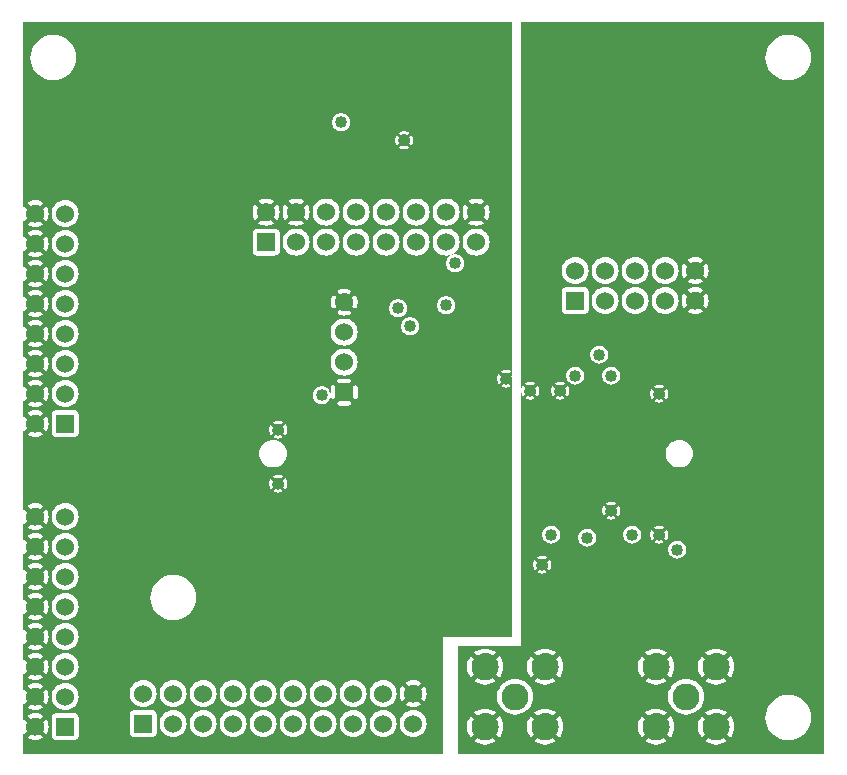
<source format=gbr>
G04 start of page 4 for group 2 idx 1
G04 Title: TX Daughterboard, GND-sldr *
G04 Creator: pcb 20070208 *
G04 CreationDate: Mon Dec 24 21:52:14 2007 UTC *
G04 For: matt *
G04 Format: Gerber/RS-274X *
G04 PCB-Dimensions: 275000 250000 *
G04 PCB-Coordinate-Origin: lower left *
%MOIN*%
%FSLAX24Y24*%
%LNGROUP2*%
%ADD13C,0.0600*%
%ADD14R,0.0600X0.0600*%
%ADD15C,0.0900*%
%ADD16C,0.0400*%
%ADD18C,0.0560*%
%ADD19C,0.1280*%
%ADD20C,0.0200*%
G54D20*G36*
X17100Y300D02*Y1634D01*
X17105Y1636D01*
X17200Y1680D01*
X17285Y1740D01*
X17359Y1814D01*
X17417Y1896D01*
Y1552D01*
X17380Y1500D01*
X17336Y1405D01*
X17309Y1304D01*
X17300Y1200D01*
X17309Y1095D01*
X17336Y994D01*
X17380Y900D01*
X17417Y847D01*
Y300D01*
X17100D01*
G37*
G36*
X17417Y2503D02*X17359Y2585D01*
X17285Y2659D01*
X17200Y2719D01*
X17105Y2763D01*
X17100Y2765D01*
Y12400D01*
X17104Y12347D01*
X17118Y12297D01*
X17140Y12250D01*
X17156Y12227D01*
X17227Y12298D01*
X17226Y12300D01*
X17212Y12331D01*
X17203Y12365D01*
X17200Y12400D01*
X17203Y12434D01*
X17212Y12468D01*
X17226Y12500D01*
X17227Y12501D01*
X17156Y12573D01*
X17140Y12550D01*
X17118Y12502D01*
X17104Y12452D01*
X17100Y12400D01*
Y24700D01*
X17417D01*
Y12698D01*
X17400Y12700D01*
X17347Y12695D01*
X17297Y12681D01*
X17250Y12659D01*
X17227Y12643D01*
X17298Y12572D01*
X17300Y12573D01*
X17331Y12587D01*
X17365Y12597D01*
X17400Y12600D01*
X17417Y12598D01*
Y12201D01*
X17400Y12200D01*
X17365Y12203D01*
X17331Y12212D01*
X17300Y12226D01*
X17298Y12227D01*
X17227Y12156D01*
X17250Y12140D01*
X17297Y12118D01*
X17347Y12104D01*
X17400Y12100D01*
X17417Y12101D01*
Y3552D01*
X17380Y3500D01*
X17336Y3405D01*
X17309Y3304D01*
X17300Y3200D01*
X17309Y3095D01*
X17336Y2994D01*
X17380Y2900D01*
X17417Y2847D01*
Y2503D01*
G37*
G36*
Y1896D02*X17419Y1900D01*
X17463Y1994D01*
X17490Y2095D01*
X17500Y2200D01*
X17490Y2304D01*
X17463Y2405D01*
X17419Y2500D01*
X17417Y2503D01*
Y2847D01*
X17427Y2833D01*
X17534Y2940D01*
X17510Y2975D01*
X17477Y3046D01*
X17456Y3121D01*
X17450Y3200D01*
X17456Y3278D01*
X17477Y3353D01*
X17510Y3425D01*
X17534Y3459D01*
X17427Y3566D01*
X17417Y3552D01*
Y12101D01*
X17452Y12104D01*
X17502Y12118D01*
X17550Y12140D01*
X17563Y12149D01*
Y6765D01*
X17556Y6773D01*
X17540Y6750D01*
X17518Y6702D01*
X17504Y6652D01*
X17500Y6600D01*
X17504Y6547D01*
X17518Y6497D01*
X17540Y6450D01*
X17556Y6427D01*
X17563Y6434D01*
Y3694D01*
X17533Y3672D01*
X17563Y3642D01*
Y2757D01*
X17533Y2727D01*
X17563Y2705D01*
Y1694D01*
X17533Y1672D01*
X17563Y1642D01*
Y757D01*
X17533Y727D01*
X17563Y705D01*
Y300D01*
X17417D01*
Y847D01*
X17427Y833D01*
X17534Y940D01*
X17510Y975D01*
X17477Y1046D01*
X17456Y1121D01*
X17450Y1200D01*
X17456Y1278D01*
X17477Y1353D01*
X17510Y1425D01*
X17534Y1459D01*
X17427Y1566D01*
X17417Y1552D01*
Y1896D01*
G37*
G36*
X17563Y12165D02*X17501Y12227D01*
X17500Y12226D01*
X17468Y12212D01*
X17434Y12203D01*
X17417Y12201D01*
Y12598D01*
X17434Y12597D01*
X17468Y12587D01*
X17500Y12573D01*
X17501Y12572D01*
X17563Y12634D01*
Y12165D01*
G37*
G36*
Y12650D02*X17550Y12659D01*
X17502Y12681D01*
X17452Y12695D01*
X17417Y12698D01*
Y24700D01*
X17563D01*
Y12650D01*
G37*
G36*
Y12149D02*X17573Y12156D01*
X17563Y12165D01*
Y12634D01*
X17573Y12643D01*
X17563Y12650D01*
Y24700D01*
X17636D01*
Y12565D01*
X17572Y12501D01*
X17573Y12500D01*
X17587Y12468D01*
X17597Y12434D01*
X17600Y12400D01*
X17597Y12365D01*
X17587Y12331D01*
X17573Y12300D01*
X17572Y12298D01*
X17636Y12234D01*
Y6850D01*
X17627Y6843D01*
X17636Y6834D01*
Y6365D01*
X17627Y6356D01*
X17636Y6349D01*
Y3736D01*
X17600Y3719D01*
X17563Y3694D01*
Y6434D01*
X17627Y6498D01*
X17626Y6500D01*
X17612Y6531D01*
X17603Y6565D01*
X17600Y6600D01*
X17603Y6634D01*
X17612Y6668D01*
X17626Y6700D01*
X17627Y6701D01*
X17563Y6765D01*
Y12149D01*
G37*
G36*
X17636Y24700D02*X17900D01*
Y7822D01*
X17870Y7792D01*
X17840Y7750D01*
X17818Y7702D01*
X17804Y7652D01*
X17800Y7600D01*
X17804Y7547D01*
X17818Y7497D01*
X17840Y7450D01*
X17870Y7407D01*
X17900Y7377D01*
Y6882D01*
X17852Y6895D01*
X17800Y6900D01*
X17747Y6895D01*
X17697Y6881D01*
X17650Y6859D01*
X17636Y6850D01*
Y12234D01*
X17643Y12227D01*
X17659Y12250D01*
X17681Y12297D01*
X17695Y12347D01*
X17700Y12400D01*
X17695Y12452D01*
X17681Y12502D01*
X17659Y12550D01*
X17643Y12573D01*
X17636Y12565D01*
Y24700D01*
G37*
G36*
Y6834D02*X17698Y6772D01*
X17700Y6773D01*
X17731Y6787D01*
X17765Y6797D01*
X17800Y6800D01*
X17834Y6797D01*
X17868Y6787D01*
X17900Y6773D01*
Y6426D01*
X17868Y6412D01*
X17834Y6403D01*
X17800Y6400D01*
X17765Y6403D01*
X17731Y6412D01*
X17700Y6426D01*
X17698Y6427D01*
X17636Y6365D01*
Y6834D01*
G37*
G36*
Y6349D02*X17650Y6340D01*
X17697Y6318D01*
X17747Y6304D01*
X17800Y6300D01*
X17852Y6304D01*
X17900Y6317D01*
Y3800D01*
X17795Y3790D01*
X17694Y3763D01*
X17636Y3736D01*
Y6349D01*
G37*
G36*
X17563Y3642D02*X17640Y3565D01*
X17675Y3589D01*
X17746Y3622D01*
X17821Y3643D01*
X17900Y3650D01*
Y2750D01*
X17821Y2756D01*
X17746Y2777D01*
X17675Y2810D01*
X17640Y2834D01*
X17563Y2757D01*
Y3642D01*
G37*
G36*
Y2705D02*X17600Y2680D01*
X17694Y2636D01*
X17795Y2609D01*
X17900Y2600D01*
Y1800D01*
X17795Y1790D01*
X17694Y1763D01*
X17600Y1719D01*
X17563Y1694D01*
Y2705D01*
G37*
G36*
Y1642D02*X17640Y1565D01*
X17675Y1589D01*
X17746Y1622D01*
X17821Y1643D01*
X17900Y1650D01*
Y750D01*
X17821Y756D01*
X17746Y777D01*
X17675Y810D01*
X17640Y834D01*
X17563Y757D01*
Y1642D01*
G37*
G36*
Y705D02*X17600Y680D01*
X17694Y636D01*
X17795Y609D01*
X17900Y600D01*
Y300D01*
X17563D01*
Y705D01*
G37*
G36*
X17900Y24700D02*X18163D01*
Y12565D01*
X18156Y12573D01*
X18140Y12550D01*
X18118Y12502D01*
X18104Y12452D01*
X18100Y12400D01*
X18104Y12347D01*
X18118Y12297D01*
X18140Y12250D01*
X18156Y12227D01*
X18163Y12234D01*
Y7892D01*
X18152Y7895D01*
X18100Y7900D01*
X18047Y7895D01*
X17997Y7881D01*
X17950Y7859D01*
X17907Y7829D01*
X17900Y7822D01*
Y24700D01*
G37*
G36*
X18163D02*X18382D01*
Y12698D01*
X18347Y12695D01*
X18297Y12681D01*
X18250Y12659D01*
X18227Y12643D01*
X18298Y12572D01*
X18300Y12573D01*
X18331Y12587D01*
X18365Y12597D01*
X18382Y12598D01*
Y12201D01*
X18365Y12203D01*
X18331Y12212D01*
X18300Y12226D01*
X18298Y12227D01*
X18227Y12156D01*
X18250Y12140D01*
X18297Y12118D01*
X18347Y12104D01*
X18382Y12101D01*
Y7699D01*
X18381Y7702D01*
X18359Y7750D01*
X18329Y7792D01*
X18292Y7829D01*
X18250Y7859D01*
X18202Y7881D01*
X18163Y7892D01*
Y12234D01*
X18227Y12298D01*
X18226Y12300D01*
X18212Y12331D01*
X18203Y12365D01*
X18200Y12400D01*
X18203Y12434D01*
X18212Y12468D01*
X18226Y12500D01*
X18227Y12501D01*
X18163Y12565D01*
Y24700D01*
G37*
G36*
X18036Y300D02*X17900D01*
Y600D01*
X18004Y609D01*
X18036Y617D01*
Y300D01*
G37*
G36*
Y772D02*X17978Y756D01*
X17900Y750D01*
Y1650D01*
X17978Y1643D01*
X18036Y1627D01*
Y772D01*
G37*
G36*
Y1782D02*X18004Y1790D01*
X17900Y1800D01*
Y2600D01*
X18004Y2609D01*
X18036Y2617D01*
Y1782D01*
G37*
G36*
Y2772D02*X17978Y2756D01*
X17900Y2750D01*
Y3650D01*
X17978Y3643D01*
X18036Y3627D01*
Y2772D01*
G37*
G36*
Y3782D02*X18004Y3790D01*
X17900Y3800D01*
Y6317D01*
X17902Y6318D01*
X17950Y6340D01*
X17973Y6356D01*
X17901Y6427D01*
X17900Y6426D01*
Y6773D01*
X17901Y6772D01*
X17973Y6843D01*
X17950Y6859D01*
X17902Y6881D01*
X17900Y6882D01*
Y7377D01*
X17907Y7370D01*
X17950Y7340D01*
X17997Y7318D01*
X18036Y7307D01*
Y6765D01*
X17972Y6701D01*
X17973Y6700D01*
X17987Y6668D01*
X17997Y6634D01*
X18000Y6600D01*
X17997Y6565D01*
X17987Y6531D01*
X17973Y6500D01*
X17972Y6498D01*
X18036Y6434D01*
Y3782D01*
G37*
G36*
X18382Y300D02*X18036D01*
Y617D01*
X18105Y636D01*
X18200Y680D01*
X18266Y727D01*
X18159Y834D01*
X18125Y810D01*
X18053Y777D01*
X18036Y772D01*
Y1627D01*
X18053Y1622D01*
X18125Y1589D01*
X18159Y1565D01*
X18266Y1672D01*
X18200Y1719D01*
X18105Y1763D01*
X18036Y1782D01*
Y2617D01*
X18105Y2636D01*
X18200Y2680D01*
X18266Y2727D01*
X18159Y2834D01*
X18125Y2810D01*
X18053Y2777D01*
X18036Y2772D01*
Y3627D01*
X18053Y3622D01*
X18125Y3589D01*
X18159Y3565D01*
X18266Y3672D01*
X18200Y3719D01*
X18105Y3763D01*
X18036Y3782D01*
Y6434D01*
X18043Y6427D01*
X18059Y6450D01*
X18081Y6497D01*
X18095Y6547D01*
X18100Y6600D01*
X18095Y6652D01*
X18081Y6702D01*
X18059Y6750D01*
X18043Y6773D01*
X18036Y6765D01*
Y7307D01*
X18047Y7304D01*
X18100Y7300D01*
X18152Y7304D01*
X18202Y7318D01*
X18250Y7340D01*
X18292Y7370D01*
X18329Y7407D01*
X18359Y7450D01*
X18381Y7497D01*
X18382Y7500D01*
Y3552D01*
X18372Y3566D01*
X18265Y3459D01*
X18289Y3425D01*
X18322Y3353D01*
X18343Y3278D01*
X18350Y3200D01*
X18343Y3121D01*
X18322Y3046D01*
X18289Y2975D01*
X18265Y2940D01*
X18372Y2833D01*
X18382Y2847D01*
Y1552D01*
X18372Y1566D01*
X18265Y1459D01*
X18289Y1425D01*
X18322Y1353D01*
X18343Y1278D01*
X18350Y1200D01*
X18343Y1121D01*
X18322Y1046D01*
X18289Y975D01*
X18265Y940D01*
X18372Y833D01*
X18382Y847D01*
Y300D01*
G37*
G36*
Y24700D02*X18636D01*
Y16762D01*
X18610Y16744D01*
X18555Y16689D01*
X18510Y16625D01*
X18477Y16553D01*
X18456Y16478D01*
X18450Y16400D01*
X18456Y16321D01*
X18477Y16246D01*
X18510Y16175D01*
X18555Y16110D01*
X18610Y16055D01*
X18636Y16037D01*
Y15847D01*
X18574Y15847D01*
X18548Y15841D01*
X18525Y15829D01*
X18503Y15814D01*
X18485Y15796D01*
X18470Y15775D01*
X18459Y15751D01*
X18452Y15726D01*
X18450Y15700D01*
X18452Y15074D01*
X18459Y15048D01*
X18470Y15025D01*
X18485Y15003D01*
X18503Y14985D01*
X18525Y14970D01*
X18548Y14959D01*
X18574Y14952D01*
X18600Y14950D01*
X18636Y14950D01*
Y13041D01*
X18618Y13002D01*
X18604Y12952D01*
X18600Y12900D01*
X18604Y12847D01*
X18618Y12797D01*
X18636Y12758D01*
Y12565D01*
X18572Y12501D01*
X18573Y12500D01*
X18587Y12468D01*
X18597Y12434D01*
X18600Y12400D01*
X18597Y12365D01*
X18587Y12331D01*
X18573Y12300D01*
X18572Y12298D01*
X18636Y12234D01*
Y300D01*
X18382D01*
Y847D01*
X18419Y900D01*
X18463Y994D01*
X18490Y1095D01*
X18500Y1200D01*
X18490Y1304D01*
X18463Y1405D01*
X18419Y1500D01*
X18382Y1552D01*
Y2847D01*
X18419Y2900D01*
X18463Y2994D01*
X18490Y3095D01*
X18500Y3200D01*
X18490Y3304D01*
X18463Y3405D01*
X18419Y3500D01*
X18382Y3552D01*
Y7500D01*
X18395Y7547D01*
X18400Y7600D01*
X18395Y7652D01*
X18382Y7699D01*
Y12101D01*
X18400Y12100D01*
X18452Y12104D01*
X18502Y12118D01*
X18550Y12140D01*
X18573Y12156D01*
X18501Y12227D01*
X18500Y12226D01*
X18468Y12212D01*
X18434Y12203D01*
X18400Y12200D01*
X18382Y12201D01*
Y12598D01*
X18400Y12600D01*
X18434Y12597D01*
X18468Y12587D01*
X18500Y12573D01*
X18501Y12572D01*
X18573Y12643D01*
X18550Y12659D01*
X18502Y12681D01*
X18452Y12695D01*
X18400Y12700D01*
X18382Y12698D01*
Y24700D01*
G37*
G36*
X18636D02*X18900D01*
Y16850D01*
X18821Y16843D01*
X18746Y16822D01*
X18675Y16789D01*
X18636Y16762D01*
Y24700D01*
G37*
G36*
Y16037D02*X18675Y16010D01*
X18746Y15977D01*
X18821Y15956D01*
X18900Y15950D01*
Y15848D01*
X18636Y15847D01*
Y16037D01*
G37*
G36*
Y14950D02*X18900Y14951D01*
Y13200D01*
X18847Y13195D01*
X18797Y13181D01*
X18750Y13159D01*
X18707Y13129D01*
X18670Y13092D01*
X18640Y13050D01*
X18636Y13041D01*
Y14950D01*
G37*
G36*
Y12758D02*X18640Y12750D01*
X18670Y12707D01*
X18707Y12670D01*
X18750Y12640D01*
X18797Y12618D01*
X18847Y12604D01*
X18900Y12600D01*
Y300D01*
X18636D01*
Y12234D01*
X18643Y12227D01*
X18659Y12250D01*
X18681Y12297D01*
X18695Y12347D01*
X18700Y12400D01*
X18695Y12452D01*
X18681Y12502D01*
X18659Y12550D01*
X18643Y12573D01*
X18636Y12565D01*
Y12758D01*
G37*
G36*
X18900Y24700D02*X19300D01*
Y16602D01*
X19289Y16625D01*
X19244Y16689D01*
X19189Y16744D01*
X19125Y16789D01*
X19053Y16822D01*
X18978Y16843D01*
X18900Y16850D01*
Y24700D01*
G37*
G36*
X19300Y300D02*X18900D01*
Y12600D01*
X18952Y12604D01*
X19002Y12618D01*
X19050Y12640D01*
X19092Y12670D01*
X19129Y12707D01*
X19159Y12750D01*
X19181Y12797D01*
X19195Y12847D01*
X19200Y12900D01*
X19195Y12952D01*
X19181Y13002D01*
X19159Y13050D01*
X19129Y13092D01*
X19092Y13129D01*
X19050Y13159D01*
X19002Y13181D01*
X18952Y13195D01*
X18900Y13200D01*
Y14951D01*
X19226Y14952D01*
X19251Y14959D01*
X19275Y14970D01*
X19296Y14985D01*
X19300Y14988D01*
Y7800D01*
X19247Y7795D01*
X19197Y7781D01*
X19150Y7759D01*
X19107Y7729D01*
X19070Y7692D01*
X19040Y7650D01*
X19018Y7602D01*
X19004Y7552D01*
X19000Y7500D01*
X19004Y7447D01*
X19018Y7397D01*
X19040Y7350D01*
X19070Y7307D01*
X19107Y7270D01*
X19150Y7240D01*
X19197Y7218D01*
X19247Y7204D01*
X19300Y7200D01*
Y300D01*
G37*
G36*
Y15811D02*X19296Y15814D01*
X19275Y15829D01*
X19251Y15841D01*
X19226Y15847D01*
X19200Y15850D01*
X18900Y15848D01*
Y15950D01*
X18978Y15956D01*
X19053Y15977D01*
X19125Y16010D01*
X19189Y16055D01*
X19244Y16110D01*
X19289Y16175D01*
X19300Y16197D01*
Y15811D01*
G37*
G36*
Y24700D02*X19900D01*
Y16850D01*
X19821Y16843D01*
X19746Y16822D01*
X19675Y16789D01*
X19610Y16744D01*
X19555Y16689D01*
X19510Y16625D01*
X19477Y16553D01*
X19456Y16478D01*
X19450Y16400D01*
X19456Y16321D01*
X19477Y16246D01*
X19510Y16175D01*
X19555Y16110D01*
X19610Y16055D01*
X19675Y16010D01*
X19746Y15977D01*
X19821Y15956D01*
X19900Y15950D01*
Y15850D01*
X19821Y15843D01*
X19746Y15822D01*
X19675Y15789D01*
X19610Y15744D01*
X19555Y15689D01*
X19510Y15625D01*
X19477Y15553D01*
X19456Y15478D01*
X19450Y15400D01*
X19456Y15321D01*
X19477Y15246D01*
X19510Y15175D01*
X19555Y15110D01*
X19610Y15055D01*
X19675Y15010D01*
X19746Y14977D01*
X19821Y14956D01*
X19900Y14950D01*
Y13822D01*
X19892Y13829D01*
X19850Y13859D01*
X19802Y13881D01*
X19752Y13895D01*
X19700Y13900D01*
X19647Y13895D01*
X19597Y13881D01*
X19550Y13859D01*
X19507Y13829D01*
X19470Y13792D01*
X19440Y13750D01*
X19418Y13702D01*
X19404Y13652D01*
X19400Y13600D01*
X19404Y13547D01*
X19418Y13497D01*
X19440Y13450D01*
X19470Y13407D01*
X19507Y13370D01*
X19550Y13340D01*
X19597Y13318D01*
X19647Y13304D01*
X19700Y13300D01*
X19752Y13304D01*
X19802Y13318D01*
X19850Y13340D01*
X19892Y13370D01*
X19900Y13377D01*
Y13122D01*
X19870Y13092D01*
X19840Y13050D01*
X19818Y13002D01*
X19804Y12952D01*
X19800Y12900D01*
X19804Y12847D01*
X19818Y12797D01*
X19840Y12750D01*
X19870Y12707D01*
X19900Y12677D01*
Y8529D01*
X19856Y8573D01*
X19840Y8550D01*
X19818Y8502D01*
X19804Y8452D01*
X19800Y8400D01*
X19804Y8347D01*
X19818Y8297D01*
X19840Y8250D01*
X19856Y8227D01*
X19900Y8270D01*
Y300D01*
X19300D01*
Y7200D01*
X19352Y7204D01*
X19402Y7218D01*
X19450Y7240D01*
X19492Y7270D01*
X19529Y7307D01*
X19559Y7350D01*
X19581Y7397D01*
X19595Y7447D01*
X19600Y7500D01*
X19595Y7552D01*
X19581Y7602D01*
X19559Y7650D01*
X19529Y7692D01*
X19492Y7729D01*
X19450Y7759D01*
X19402Y7781D01*
X19352Y7795D01*
X19300Y7800D01*
Y14988D01*
X19314Y15003D01*
X19329Y15025D01*
X19341Y15048D01*
X19347Y15074D01*
X19350Y15100D01*
X19347Y15726D01*
X19341Y15751D01*
X19329Y15775D01*
X19314Y15796D01*
X19300Y15811D01*
Y16197D01*
X19322Y16246D01*
X19343Y16321D01*
X19350Y16400D01*
X19343Y16478D01*
X19322Y16553D01*
X19300Y16602D01*
Y24700D01*
G37*
G36*
X19900D02*X20336D01*
Y16504D01*
X20322Y16553D01*
X20289Y16625D01*
X20244Y16689D01*
X20189Y16744D01*
X20125Y16789D01*
X20053Y16822D01*
X19978Y16843D01*
X19900Y16850D01*
Y24700D01*
G37*
G36*
X20100Y300D02*X19900D01*
Y8270D01*
X19927Y8298D01*
X19926Y8300D01*
X19912Y8331D01*
X19903Y8365D01*
X19900Y8400D01*
X19903Y8434D01*
X19912Y8468D01*
X19926Y8500D01*
X19927Y8501D01*
X19900Y8529D01*
Y12677D01*
X19907Y12670D01*
X19950Y12640D01*
X19997Y12618D01*
X20047Y12604D01*
X20100Y12600D01*
Y8700D01*
X20047Y8695D01*
X19997Y8681D01*
X19950Y8659D01*
X19927Y8643D01*
X19998Y8572D01*
X20000Y8573D01*
X20031Y8587D01*
X20065Y8597D01*
X20100Y8600D01*
Y8200D01*
X20065Y8203D01*
X20031Y8212D01*
X20000Y8226D01*
X19998Y8227D01*
X19927Y8156D01*
X19950Y8140D01*
X19997Y8118D01*
X20047Y8104D01*
X20100Y8100D01*
Y300D01*
G37*
G36*
X20336D02*X20100D01*
Y8100D01*
X20152Y8104D01*
X20202Y8118D01*
X20250Y8140D01*
X20273Y8156D01*
X20201Y8227D01*
X20200Y8226D01*
X20168Y8212D01*
X20134Y8203D01*
X20100Y8200D01*
Y8600D01*
X20134Y8597D01*
X20168Y8587D01*
X20200Y8573D01*
X20201Y8572D01*
X20273Y8643D01*
X20250Y8659D01*
X20202Y8681D01*
X20152Y8695D01*
X20100Y8700D01*
Y12600D01*
X20152Y12604D01*
X20202Y12618D01*
X20250Y12640D01*
X20292Y12670D01*
X20329Y12707D01*
X20336Y12716D01*
Y8565D01*
X20272Y8501D01*
X20273Y8500D01*
X20287Y8468D01*
X20297Y8434D01*
X20300Y8400D01*
X20297Y8365D01*
X20287Y8331D01*
X20273Y8300D01*
X20272Y8298D01*
X20336Y8234D01*
Y300D01*
G37*
G36*
Y13083D02*X20329Y13092D01*
X20292Y13129D01*
X20250Y13159D01*
X20202Y13181D01*
X20152Y13195D01*
X20100Y13200D01*
X20047Y13195D01*
X19997Y13181D01*
X19950Y13159D01*
X19907Y13129D01*
X19900Y13122D01*
Y13377D01*
X19929Y13407D01*
X19959Y13450D01*
X19981Y13497D01*
X19995Y13547D01*
X20000Y13600D01*
X19995Y13652D01*
X19981Y13702D01*
X19959Y13750D01*
X19929Y13792D01*
X19900Y13822D01*
Y14950D01*
X19978Y14956D01*
X20053Y14977D01*
X20125Y15010D01*
X20189Y15055D01*
X20244Y15110D01*
X20289Y15175D01*
X20322Y15246D01*
X20336Y15295D01*
Y13083D01*
G37*
G36*
Y15504D02*X20322Y15553D01*
X20289Y15625D01*
X20244Y15689D01*
X20189Y15744D01*
X20125Y15789D01*
X20053Y15822D01*
X19978Y15843D01*
X19900Y15850D01*
Y15950D01*
X19978Y15956D01*
X20053Y15977D01*
X20125Y16010D01*
X20189Y16055D01*
X20244Y16110D01*
X20289Y16175D01*
X20322Y16246D01*
X20336Y16295D01*
Y15504D01*
G37*
G36*
Y24700D02*X20900D01*
Y16850D01*
X20821Y16843D01*
X20746Y16822D01*
X20675Y16789D01*
X20610Y16744D01*
X20555Y16689D01*
X20510Y16625D01*
X20477Y16553D01*
X20456Y16478D01*
X20450Y16400D01*
X20456Y16321D01*
X20477Y16246D01*
X20510Y16175D01*
X20555Y16110D01*
X20610Y16055D01*
X20675Y16010D01*
X20746Y15977D01*
X20821Y15956D01*
X20900Y15950D01*
Y15850D01*
X20821Y15843D01*
X20746Y15822D01*
X20675Y15789D01*
X20610Y15744D01*
X20555Y15689D01*
X20510Y15625D01*
X20477Y15553D01*
X20456Y15478D01*
X20450Y15400D01*
X20456Y15321D01*
X20477Y15246D01*
X20510Y15175D01*
X20555Y15110D01*
X20610Y15055D01*
X20675Y15010D01*
X20746Y14977D01*
X20821Y14956D01*
X20900Y14950D01*
Y7882D01*
X20852Y7895D01*
X20800Y7900D01*
X20747Y7895D01*
X20697Y7881D01*
X20650Y7859D01*
X20607Y7829D01*
X20570Y7792D01*
X20540Y7750D01*
X20518Y7702D01*
X20504Y7652D01*
X20500Y7600D01*
X20504Y7547D01*
X20518Y7497D01*
X20540Y7450D01*
X20570Y7407D01*
X20607Y7370D01*
X20650Y7340D01*
X20697Y7318D01*
X20747Y7304D01*
X20800Y7300D01*
X20852Y7304D01*
X20900Y7317D01*
Y300D01*
X20336D01*
Y8234D01*
X20343Y8227D01*
X20359Y8250D01*
X20381Y8297D01*
X20395Y8347D01*
X20400Y8400D01*
X20395Y8452D01*
X20381Y8502D01*
X20359Y8550D01*
X20343Y8573D01*
X20336Y8565D01*
Y12716D01*
X20359Y12750D01*
X20381Y12797D01*
X20395Y12847D01*
X20400Y12900D01*
X20395Y12952D01*
X20381Y13002D01*
X20359Y13050D01*
X20336Y13083D01*
Y15295D01*
X20343Y15321D01*
X20350Y15400D01*
X20343Y15478D01*
X20336Y15504D01*
Y16295D01*
X20343Y16321D01*
X20350Y16400D01*
X20343Y16478D01*
X20336Y16504D01*
Y24700D01*
G37*
G36*
X20900D02*X21117D01*
Y16793D01*
X21053Y16822D01*
X20978Y16843D01*
X20900Y16850D01*
Y24700D01*
G37*
G36*
X21117Y300D02*X20900D01*
Y7317D01*
X20902Y7318D01*
X20950Y7340D01*
X20992Y7370D01*
X21029Y7407D01*
X21059Y7450D01*
X21081Y7497D01*
X21095Y7547D01*
X21100Y7600D01*
X21095Y7652D01*
X21081Y7702D01*
X21059Y7750D01*
X21029Y7792D01*
X20992Y7829D01*
X20950Y7859D01*
X20902Y7881D01*
X20900Y7882D01*
Y14950D01*
X20978Y14956D01*
X21053Y14977D01*
X21117Y15006D01*
Y3552D01*
X21080Y3500D01*
X21036Y3405D01*
X21009Y3304D01*
X21000Y3200D01*
X21009Y3095D01*
X21036Y2994D01*
X21080Y2900D01*
X21117Y2847D01*
Y1552D01*
X21080Y1500D01*
X21036Y1405D01*
X21009Y1304D01*
X21000Y1200D01*
X21009Y1095D01*
X21036Y994D01*
X21080Y900D01*
X21117Y847D01*
Y300D01*
G37*
G36*
Y15793D02*X21053Y15822D01*
X20978Y15843D01*
X20900Y15850D01*
Y15950D01*
X20978Y15956D01*
X21053Y15977D01*
X21117Y16006D01*
Y15793D01*
G37*
G36*
Y24700D02*X21463D01*
Y16504D01*
X21456Y16478D01*
X21450Y16400D01*
X21456Y16321D01*
X21463Y16295D01*
Y15504D01*
X21456Y15478D01*
X21450Y15400D01*
X21456Y15321D01*
X21463Y15295D01*
Y12465D01*
X21456Y12473D01*
X21440Y12450D01*
X21418Y12402D01*
X21404Y12352D01*
X21400Y12300D01*
X21404Y12247D01*
X21418Y12197D01*
X21440Y12150D01*
X21456Y12127D01*
X21463Y12134D01*
Y7765D01*
X21456Y7773D01*
X21440Y7750D01*
X21418Y7702D01*
X21404Y7652D01*
X21400Y7600D01*
X21404Y7547D01*
X21418Y7497D01*
X21440Y7450D01*
X21456Y7427D01*
X21463Y7434D01*
Y3782D01*
X21394Y3763D01*
X21300Y3719D01*
X21233Y3672D01*
X21340Y3565D01*
X21375Y3589D01*
X21446Y3622D01*
X21463Y3627D01*
Y2772D01*
X21446Y2777D01*
X21375Y2810D01*
X21340Y2834D01*
X21233Y2727D01*
X21300Y2680D01*
X21394Y2636D01*
X21463Y2617D01*
Y1782D01*
X21394Y1763D01*
X21300Y1719D01*
X21233Y1672D01*
X21340Y1565D01*
X21375Y1589D01*
X21446Y1622D01*
X21463Y1627D01*
Y772D01*
X21446Y777D01*
X21375Y810D01*
X21340Y834D01*
X21233Y727D01*
X21300Y680D01*
X21394Y636D01*
X21463Y617D01*
Y300D01*
X21117D01*
Y847D01*
X21127Y833D01*
X21234Y940D01*
X21210Y975D01*
X21177Y1046D01*
X21156Y1121D01*
X21150Y1200D01*
X21156Y1278D01*
X21177Y1353D01*
X21210Y1425D01*
X21234Y1459D01*
X21127Y1566D01*
X21117Y1552D01*
Y2847D01*
X21127Y2833D01*
X21234Y2940D01*
X21210Y2975D01*
X21177Y3046D01*
X21156Y3121D01*
X21150Y3200D01*
X21156Y3278D01*
X21177Y3353D01*
X21210Y3425D01*
X21234Y3459D01*
X21127Y3566D01*
X21117Y3552D01*
Y15006D01*
X21125Y15010D01*
X21189Y15055D01*
X21244Y15110D01*
X21289Y15175D01*
X21322Y15246D01*
X21343Y15321D01*
X21350Y15400D01*
X21343Y15478D01*
X21322Y15553D01*
X21289Y15625D01*
X21244Y15689D01*
X21189Y15744D01*
X21125Y15789D01*
X21117Y15793D01*
Y16006D01*
X21125Y16010D01*
X21189Y16055D01*
X21244Y16110D01*
X21289Y16175D01*
X21322Y16246D01*
X21343Y16321D01*
X21350Y16400D01*
X21343Y16478D01*
X21322Y16553D01*
X21289Y16625D01*
X21244Y16689D01*
X21189Y16744D01*
X21125Y16789D01*
X21117Y16793D01*
Y24700D01*
G37*
G36*
X21463D02*X21700D01*
Y16801D01*
X21675Y16789D01*
X21610Y16744D01*
X21555Y16689D01*
X21510Y16625D01*
X21477Y16553D01*
X21463Y16504D01*
Y24700D01*
G37*
G36*
Y16295D02*X21477Y16246D01*
X21510Y16175D01*
X21555Y16110D01*
X21610Y16055D01*
X21675Y16010D01*
X21700Y15998D01*
Y15801D01*
X21675Y15789D01*
X21610Y15744D01*
X21555Y15689D01*
X21510Y15625D01*
X21477Y15553D01*
X21463Y15504D01*
Y16295D01*
G37*
G36*
Y15295D02*X21477Y15246D01*
X21510Y15175D01*
X21555Y15110D01*
X21610Y15055D01*
X21675Y15010D01*
X21700Y14998D01*
Y12600D01*
X21647Y12595D01*
X21597Y12581D01*
X21550Y12559D01*
X21527Y12543D01*
X21598Y12472D01*
X21600Y12473D01*
X21631Y12487D01*
X21665Y12497D01*
X21700Y12500D01*
Y12100D01*
X21665Y12103D01*
X21631Y12112D01*
X21600Y12126D01*
X21598Y12127D01*
X21527Y12056D01*
X21550Y12040D01*
X21597Y12018D01*
X21647Y12004D01*
X21700Y12000D01*
Y7900D01*
X21647Y7895D01*
X21597Y7881D01*
X21550Y7859D01*
X21527Y7843D01*
X21598Y7772D01*
X21600Y7773D01*
X21631Y7787D01*
X21665Y7797D01*
X21700Y7800D01*
Y7400D01*
X21665Y7403D01*
X21631Y7412D01*
X21600Y7426D01*
X21598Y7427D01*
X21527Y7356D01*
X21550Y7340D01*
X21597Y7318D01*
X21647Y7304D01*
X21700Y7300D01*
Y3791D01*
X21600Y3800D01*
X21495Y3790D01*
X21463Y3782D01*
Y7434D01*
X21527Y7498D01*
X21526Y7500D01*
X21512Y7531D01*
X21503Y7565D01*
X21500Y7600D01*
X21503Y7634D01*
X21512Y7668D01*
X21526Y7700D01*
X21527Y7701D01*
X21463Y7765D01*
Y12134D01*
X21527Y12198D01*
X21526Y12200D01*
X21512Y12231D01*
X21503Y12265D01*
X21500Y12300D01*
X21503Y12334D01*
X21512Y12368D01*
X21526Y12400D01*
X21527Y12401D01*
X21463Y12465D01*
Y15295D01*
G37*
G36*
Y3627D02*X21521Y3643D01*
X21600Y3650D01*
X21678Y3643D01*
X21700Y3637D01*
Y2762D01*
X21678Y2756D01*
X21600Y2750D01*
X21521Y2756D01*
X21463Y2772D01*
Y3627D01*
G37*
G36*
Y2617D02*X21495Y2609D01*
X21600Y2600D01*
X21700Y2608D01*
Y1791D01*
X21600Y1800D01*
X21495Y1790D01*
X21463Y1782D01*
Y2617D01*
G37*
G36*
Y1627D02*X21521Y1643D01*
X21600Y1650D01*
X21678Y1643D01*
X21700Y1637D01*
Y762D01*
X21678Y756D01*
X21600Y750D01*
X21521Y756D01*
X21463Y772D01*
Y1627D01*
G37*
G36*
Y617D02*X21495Y609D01*
X21600Y600D01*
X21700Y608D01*
Y300D01*
X21463D01*
Y617D01*
G37*
G36*
X21700Y24700D02*X21936D01*
Y16846D01*
X21900Y16850D01*
X21821Y16843D01*
X21746Y16822D01*
X21700Y16801D01*
Y24700D01*
G37*
G36*
Y15998D02*X21746Y15977D01*
X21821Y15956D01*
X21900Y15950D01*
X21936Y15953D01*
Y15846D01*
X21900Y15850D01*
X21821Y15843D01*
X21746Y15822D01*
X21700Y15801D01*
Y15998D01*
G37*
G36*
Y14998D02*X21746Y14977D01*
X21821Y14956D01*
X21900Y14950D01*
X21936Y14953D01*
Y12465D01*
X21872Y12401D01*
X21873Y12400D01*
X21887Y12368D01*
X21897Y12334D01*
X21900Y12300D01*
X21897Y12265D01*
X21887Y12231D01*
X21873Y12200D01*
X21872Y12198D01*
X21936Y12134D01*
Y10439D01*
X21920Y10379D01*
X21913Y10300D01*
X21920Y10220D01*
X21936Y10161D01*
Y7765D01*
X21872Y7701D01*
X21873Y7700D01*
X21887Y7668D01*
X21897Y7634D01*
X21900Y7600D01*
X21897Y7565D01*
X21887Y7531D01*
X21873Y7500D01*
X21872Y7498D01*
X21936Y7434D01*
Y3694D01*
X21900Y3719D01*
X21805Y3763D01*
X21704Y3790D01*
X21700Y3791D01*
Y7300D01*
X21752Y7304D01*
X21802Y7318D01*
X21850Y7340D01*
X21873Y7356D01*
X21801Y7427D01*
X21800Y7426D01*
X21768Y7412D01*
X21734Y7403D01*
X21700Y7400D01*
Y7800D01*
X21734Y7797D01*
X21768Y7787D01*
X21800Y7773D01*
X21801Y7772D01*
X21873Y7843D01*
X21850Y7859D01*
X21802Y7881D01*
X21752Y7895D01*
X21700Y7900D01*
Y12000D01*
X21752Y12004D01*
X21802Y12018D01*
X21850Y12040D01*
X21873Y12056D01*
X21801Y12127D01*
X21800Y12126D01*
X21768Y12112D01*
X21734Y12103D01*
X21700Y12100D01*
Y12500D01*
X21734Y12497D01*
X21768Y12487D01*
X21800Y12473D01*
X21801Y12472D01*
X21873Y12543D01*
X21850Y12559D01*
X21802Y12581D01*
X21752Y12595D01*
X21700Y12600D01*
Y14998D01*
G37*
G36*
Y3637D02*X21753Y3622D01*
X21825Y3589D01*
X21859Y3565D01*
X21936Y3642D01*
Y2757D01*
X21859Y2834D01*
X21825Y2810D01*
X21753Y2777D01*
X21700Y2762D01*
Y3637D01*
G37*
G36*
Y2608D02*X21704Y2609D01*
X21805Y2636D01*
X21900Y2680D01*
X21936Y2705D01*
Y1694D01*
X21900Y1719D01*
X21805Y1763D01*
X21704Y1790D01*
X21700Y1791D01*
Y2608D01*
G37*
G36*
Y1637D02*X21753Y1622D01*
X21825Y1589D01*
X21859Y1565D01*
X21936Y1642D01*
Y757D01*
X21859Y834D01*
X21825Y810D01*
X21753Y777D01*
X21700Y762D01*
Y1637D01*
G37*
G36*
Y608D02*X21704Y609D01*
X21805Y636D01*
X21900Y680D01*
X21936Y705D01*
Y300D01*
X21700D01*
Y608D01*
G37*
G36*
X21936Y24700D02*X22600D01*
Y16593D01*
X22534Y16659D01*
X22510Y16625D01*
X22477Y16553D01*
X22456Y16478D01*
X22450Y16400D01*
X22456Y16321D01*
X22477Y16246D01*
X22510Y16175D01*
X22534Y16140D01*
X22600Y16206D01*
Y15593D01*
X22534Y15659D01*
X22510Y15625D01*
X22477Y15553D01*
X22456Y15478D01*
X22450Y15400D01*
X22456Y15321D01*
X22477Y15246D01*
X22510Y15175D01*
X22534Y15140D01*
X22600Y15206D01*
Y10699D01*
X22530Y10732D01*
X22453Y10753D01*
X22373Y10760D01*
X22293Y10753D01*
X22216Y10732D01*
X22143Y10698D01*
X22077Y10652D01*
X22020Y10595D01*
X21974Y10530D01*
X21941Y10457D01*
X21936Y10439D01*
Y12134D01*
X21943Y12127D01*
X21959Y12150D01*
X21981Y12197D01*
X21995Y12247D01*
X22000Y12300D01*
X21995Y12352D01*
X21981Y12402D01*
X21959Y12450D01*
X21943Y12473D01*
X21936Y12465D01*
Y14953D01*
X21978Y14956D01*
X22053Y14977D01*
X22125Y15010D01*
X22189Y15055D01*
X22244Y15110D01*
X22289Y15175D01*
X22322Y15246D01*
X22343Y15321D01*
X22350Y15400D01*
X22343Y15478D01*
X22322Y15553D01*
X22289Y15625D01*
X22244Y15689D01*
X22189Y15744D01*
X22125Y15789D01*
X22053Y15822D01*
X21978Y15843D01*
X21936Y15846D01*
Y15953D01*
X21978Y15956D01*
X22053Y15977D01*
X22125Y16010D01*
X22189Y16055D01*
X22244Y16110D01*
X22289Y16175D01*
X22322Y16246D01*
X22343Y16321D01*
X22350Y16400D01*
X22343Y16478D01*
X22322Y16553D01*
X22289Y16625D01*
X22244Y16689D01*
X22189Y16744D01*
X22125Y16789D01*
X22053Y16822D01*
X21978Y16843D01*
X21936Y16846D01*
Y24700D01*
G37*
G36*
Y10161D02*X21941Y10142D01*
X21974Y10070D01*
X22020Y10004D01*
X22077Y9947D01*
X22082Y9944D01*
Y7305D01*
X22070Y7292D01*
X22040Y7250D01*
X22018Y7202D01*
X22004Y7152D01*
X22000Y7100D01*
X22004Y7047D01*
X22018Y6997D01*
X22040Y6950D01*
X22070Y6907D01*
X22082Y6894D01*
Y3552D01*
X22072Y3566D01*
X21965Y3459D01*
X21989Y3425D01*
X22022Y3353D01*
X22043Y3278D01*
X22050Y3200D01*
X22043Y3121D01*
X22022Y3046D01*
X21989Y2975D01*
X21965Y2940D01*
X22072Y2833D01*
X22082Y2847D01*
Y2503D01*
X22080Y2500D01*
X22036Y2405D01*
X22009Y2304D01*
X22000Y2200D01*
X22009Y2095D01*
X22036Y1994D01*
X22080Y1900D01*
X22082Y1896D01*
Y1552D01*
X22072Y1566D01*
X21965Y1459D01*
X21989Y1425D01*
X22022Y1353D01*
X22043Y1278D01*
X22050Y1200D01*
X22043Y1121D01*
X22022Y1046D01*
X21989Y975D01*
X21965Y940D01*
X22072Y833D01*
X22082Y847D01*
Y300D01*
X21936D01*
Y705D01*
X21966Y727D01*
X21936Y757D01*
Y1642D01*
X21966Y1672D01*
X21936Y1694D01*
Y2705D01*
X21966Y2727D01*
X21936Y2757D01*
Y3642D01*
X21966Y3672D01*
X21936Y3694D01*
Y7434D01*
X21943Y7427D01*
X21959Y7450D01*
X21981Y7497D01*
X21995Y7547D01*
X22000Y7600D01*
X21995Y7652D01*
X21981Y7702D01*
X21959Y7750D01*
X21943Y7773D01*
X21936Y7765D01*
Y10161D01*
G37*
G36*
X22082Y9944D02*X22143Y9901D01*
X22216Y9867D01*
X22293Y9847D01*
X22373Y9840D01*
X22453Y9847D01*
X22530Y9867D01*
X22600Y9900D01*
Y7100D01*
X22595Y7152D01*
X22581Y7202D01*
X22559Y7250D01*
X22529Y7292D01*
X22492Y7329D01*
X22450Y7359D01*
X22402Y7381D01*
X22352Y7395D01*
X22300Y7400D01*
X22247Y7395D01*
X22197Y7381D01*
X22150Y7359D01*
X22107Y7329D01*
X22082Y7305D01*
Y9944D01*
G37*
G36*
Y6894D02*X22107Y6870D01*
X22150Y6840D01*
X22197Y6818D01*
X22247Y6804D01*
X22300Y6800D01*
X22352Y6804D01*
X22402Y6818D01*
X22450Y6840D01*
X22492Y6870D01*
X22529Y6907D01*
X22559Y6950D01*
X22581Y6997D01*
X22595Y7047D01*
X22600Y7100D01*
Y2800D01*
X22495Y2790D01*
X22394Y2763D01*
X22300Y2719D01*
X22214Y2659D01*
X22140Y2585D01*
X22082Y2503D01*
Y2847D01*
X22119Y2900D01*
X22163Y2994D01*
X22190Y3095D01*
X22200Y3200D01*
X22190Y3304D01*
X22163Y3405D01*
X22119Y3500D01*
X22082Y3552D01*
Y6894D01*
G37*
G36*
Y1896D02*X22140Y1814D01*
X22214Y1740D01*
X22300Y1680D01*
X22394Y1636D01*
X22495Y1609D01*
X22600Y1600D01*
Y300D01*
X22082D01*
Y847D01*
X22119Y900D01*
X22163Y994D01*
X22190Y1095D01*
X22200Y1200D01*
X22190Y1304D01*
X22163Y1405D01*
X22119Y1500D01*
X22082Y1552D01*
Y1896D01*
G37*
G36*
X22600Y24700D02*X22900D01*
Y16850D01*
X22821Y16843D01*
X22746Y16822D01*
X22675Y16789D01*
X22640Y16765D01*
X22747Y16658D01*
X22750Y16659D01*
X22797Y16681D01*
X22847Y16695D01*
X22900Y16700D01*
Y16100D01*
X22847Y16104D01*
X22797Y16118D01*
X22750Y16140D01*
X22747Y16141D01*
X22640Y16034D01*
X22675Y16010D01*
X22746Y15977D01*
X22821Y15956D01*
X22900Y15950D01*
Y15850D01*
X22821Y15843D01*
X22746Y15822D01*
X22675Y15789D01*
X22640Y15765D01*
X22747Y15658D01*
X22750Y15659D01*
X22797Y15681D01*
X22847Y15695D01*
X22900Y15700D01*
Y15100D01*
X22847Y15104D01*
X22797Y15118D01*
X22750Y15140D01*
X22747Y15141D01*
X22640Y15034D01*
X22675Y15010D01*
X22746Y14977D01*
X22821Y14956D01*
X22900Y14950D01*
Y2719D01*
X22805Y2763D01*
X22704Y2790D01*
X22600Y2800D01*
Y9900D01*
X22603Y9901D01*
X22669Y9947D01*
X22725Y10004D01*
X22771Y10070D01*
X22805Y10142D01*
X22826Y10220D01*
X22833Y10300D01*
X22826Y10379D01*
X22805Y10457D01*
X22771Y10530D01*
X22725Y10595D01*
X22669Y10652D01*
X22603Y10698D01*
X22600Y10699D01*
Y15206D01*
X22641Y15247D01*
X22640Y15250D01*
X22618Y15297D01*
X22604Y15347D01*
X22600Y15400D01*
X22604Y15452D01*
X22618Y15502D01*
X22640Y15550D01*
X22641Y15552D01*
X22600Y15593D01*
Y16206D01*
X22641Y16247D01*
X22640Y16250D01*
X22618Y16297D01*
X22604Y16347D01*
X22600Y16400D01*
X22604Y16452D01*
X22618Y16502D01*
X22640Y16550D01*
X22641Y16552D01*
X22600Y16593D01*
Y24700D01*
G37*
G36*
X22900Y300D02*X22600D01*
Y1600D01*
X22704Y1609D01*
X22805Y1636D01*
X22900Y1680D01*
Y300D01*
G37*
G36*
Y24700D02*X23117D01*
Y16793D01*
X23053Y16822D01*
X22978Y16843D01*
X22900Y16850D01*
Y24700D01*
G37*
G36*
X23117Y300D02*X22900D01*
Y1680D01*
X22985Y1740D01*
X23059Y1814D01*
X23117Y1896D01*
Y1552D01*
X23080Y1500D01*
X23036Y1405D01*
X23009Y1304D01*
X23000Y1200D01*
X23009Y1095D01*
X23036Y994D01*
X23080Y900D01*
X23117Y847D01*
Y300D01*
G37*
G36*
Y2503D02*X23059Y2585D01*
X22985Y2659D01*
X22900Y2719D01*
Y14950D01*
X22978Y14956D01*
X23053Y14977D01*
X23117Y15006D01*
Y3552D01*
X23080Y3500D01*
X23036Y3405D01*
X23009Y3304D01*
X23000Y3200D01*
X23009Y3095D01*
X23036Y2994D01*
X23080Y2900D01*
X23117Y2847D01*
Y2503D01*
G37*
G36*
Y15076D02*X23052Y15141D01*
X23050Y15140D01*
X23002Y15118D01*
X22952Y15104D01*
X22900Y15100D01*
Y15700D01*
X22952Y15695D01*
X23002Y15681D01*
X23050Y15659D01*
X23052Y15658D01*
X23117Y15723D01*
Y15076D01*
G37*
G36*
Y15793D02*X23053Y15822D01*
X22978Y15843D01*
X22900Y15850D01*
Y15950D01*
X22978Y15956D01*
X23053Y15977D01*
X23117Y16006D01*
Y15793D01*
G37*
G36*
Y16076D02*X23052Y16141D01*
X23050Y16140D01*
X23002Y16118D01*
X22952Y16104D01*
X22900Y16100D01*
Y16700D01*
X22952Y16695D01*
X23002Y16681D01*
X23050Y16659D01*
X23052Y16658D01*
X23117Y16723D01*
Y16076D01*
G37*
G36*
Y24700D02*X23254D01*
Y16648D01*
X23158Y16552D01*
X23159Y16550D01*
X23181Y16502D01*
X23195Y16452D01*
X23200Y16400D01*
X23195Y16347D01*
X23181Y16297D01*
X23159Y16250D01*
X23158Y16247D01*
X23254Y16151D01*
Y15648D01*
X23158Y15552D01*
X23159Y15550D01*
X23181Y15502D01*
X23195Y15452D01*
X23200Y15400D01*
X23195Y15347D01*
X23181Y15297D01*
X23159Y15250D01*
X23158Y15247D01*
X23254Y15151D01*
Y3687D01*
X23233Y3672D01*
X23254Y3651D01*
Y2748D01*
X23233Y2727D01*
X23254Y2712D01*
Y1687D01*
X23233Y1672D01*
X23254Y1651D01*
Y748D01*
X23233Y727D01*
X23254Y712D01*
Y300D01*
X23117D01*
Y847D01*
X23127Y833D01*
X23234Y940D01*
X23210Y975D01*
X23177Y1046D01*
X23156Y1121D01*
X23150Y1200D01*
X23156Y1278D01*
X23177Y1353D01*
X23210Y1425D01*
X23234Y1459D01*
X23127Y1566D01*
X23117Y1552D01*
Y1896D01*
X23119Y1900D01*
X23163Y1994D01*
X23190Y2095D01*
X23200Y2200D01*
X23190Y2304D01*
X23163Y2405D01*
X23119Y2500D01*
X23117Y2503D01*
Y2847D01*
X23127Y2833D01*
X23234Y2940D01*
X23210Y2975D01*
X23177Y3046D01*
X23156Y3121D01*
X23150Y3200D01*
X23156Y3278D01*
X23177Y3353D01*
X23210Y3425D01*
X23234Y3459D01*
X23127Y3566D01*
X23117Y3552D01*
Y15006D01*
X23125Y15010D01*
X23159Y15034D01*
X23117Y15076D01*
Y15723D01*
X23159Y15765D01*
X23125Y15789D01*
X23117Y15793D01*
Y16006D01*
X23125Y16010D01*
X23159Y16034D01*
X23117Y16076D01*
Y16723D01*
X23159Y16765D01*
X23125Y16789D01*
X23117Y16793D01*
Y24700D01*
G37*
G36*
X23254D02*X24082D01*
Y3552D01*
X24072Y3566D01*
X23965Y3459D01*
X23989Y3425D01*
X24022Y3353D01*
X24043Y3278D01*
X24050Y3200D01*
X24043Y3121D01*
X24022Y3046D01*
X23989Y2975D01*
X23965Y2940D01*
X24072Y2833D01*
X24082Y2847D01*
Y1552D01*
X24072Y1566D01*
X23965Y1459D01*
X23989Y1425D01*
X24022Y1353D01*
X24043Y1278D01*
X24050Y1200D01*
X24043Y1121D01*
X24022Y1046D01*
X23989Y975D01*
X23965Y940D01*
X24072Y833D01*
X24082Y847D01*
Y300D01*
X23254D01*
Y712D01*
X23300Y680D01*
X23394Y636D01*
X23495Y609D01*
X23600Y600D01*
X23704Y609D01*
X23805Y636D01*
X23900Y680D01*
X23966Y727D01*
X23859Y834D01*
X23825Y810D01*
X23753Y777D01*
X23678Y756D01*
X23600Y750D01*
X23521Y756D01*
X23446Y777D01*
X23375Y810D01*
X23340Y834D01*
X23254Y748D01*
Y1651D01*
X23340Y1565D01*
X23375Y1589D01*
X23446Y1622D01*
X23521Y1643D01*
X23600Y1650D01*
X23678Y1643D01*
X23753Y1622D01*
X23825Y1589D01*
X23859Y1565D01*
X23966Y1672D01*
X23900Y1719D01*
X23805Y1763D01*
X23704Y1790D01*
X23600Y1800D01*
X23495Y1790D01*
X23394Y1763D01*
X23300Y1719D01*
X23254Y1687D01*
Y2712D01*
X23300Y2680D01*
X23394Y2636D01*
X23495Y2609D01*
X23600Y2600D01*
X23704Y2609D01*
X23805Y2636D01*
X23900Y2680D01*
X23966Y2727D01*
X23859Y2834D01*
X23825Y2810D01*
X23753Y2777D01*
X23678Y2756D01*
X23600Y2750D01*
X23521Y2756D01*
X23446Y2777D01*
X23375Y2810D01*
X23340Y2834D01*
X23254Y2748D01*
Y3651D01*
X23340Y3565D01*
X23375Y3589D01*
X23446Y3622D01*
X23521Y3643D01*
X23600Y3650D01*
X23678Y3643D01*
X23753Y3622D01*
X23825Y3589D01*
X23859Y3565D01*
X23966Y3672D01*
X23900Y3719D01*
X23805Y3763D01*
X23704Y3790D01*
X23600Y3800D01*
X23495Y3790D01*
X23394Y3763D01*
X23300Y3719D01*
X23254Y3687D01*
Y15151D01*
X23265Y15140D01*
X23289Y15175D01*
X23322Y15246D01*
X23343Y15321D01*
X23350Y15400D01*
X23343Y15478D01*
X23322Y15553D01*
X23289Y15625D01*
X23265Y15659D01*
X23254Y15648D01*
Y16151D01*
X23265Y16140D01*
X23289Y16175D01*
X23322Y16246D01*
X23343Y16321D01*
X23350Y16400D01*
X23343Y16478D01*
X23322Y16553D01*
X23289Y16625D01*
X23265Y16659D01*
X23254Y16648D01*
Y24700D01*
G37*
G36*
X24082D02*X26000D01*
Y24260D01*
X25868Y24248D01*
X25740Y24214D01*
X25620Y24158D01*
X25511Y24082D01*
X25417Y23988D01*
X25341Y23880D01*
X25285Y23759D01*
X25251Y23632D01*
X25240Y23500D01*
X25251Y23368D01*
X25285Y23240D01*
X25341Y23120D01*
X25417Y23011D01*
X25511Y22917D01*
X25620Y22841D01*
X25740Y22785D01*
X25868Y22751D01*
X26000Y22740D01*
Y2260D01*
X25868Y2248D01*
X25740Y2214D01*
X25620Y2158D01*
X25511Y2082D01*
X25417Y1988D01*
X25341Y1880D01*
X25285Y1759D01*
X25251Y1632D01*
X25240Y1500D01*
X25251Y1368D01*
X25285Y1240D01*
X25341Y1120D01*
X25417Y1011D01*
X25511Y917D01*
X25620Y841D01*
X25740Y785D01*
X25868Y751D01*
X26000Y740D01*
Y300D01*
X24082D01*
Y847D01*
X24119Y900D01*
X24163Y994D01*
X24190Y1095D01*
X24200Y1200D01*
X24190Y1304D01*
X24163Y1405D01*
X24119Y1500D01*
X24082Y1552D01*
Y2847D01*
X24119Y2900D01*
X24163Y2994D01*
X24190Y3095D01*
X24200Y3200D01*
X24190Y3304D01*
X24163Y3405D01*
X24119Y3500D01*
X24082Y3552D01*
Y24700D01*
G37*
G36*
X26000D02*X27200D01*
Y300D01*
X26000D01*
Y740D01*
X26132Y751D01*
X26259Y785D01*
X26380Y841D01*
X26488Y917D01*
X26582Y1011D01*
X26658Y1120D01*
X26714Y1240D01*
X26748Y1368D01*
X26760Y1500D01*
X26748Y1632D01*
X26714Y1759D01*
X26658Y1880D01*
X26582Y1988D01*
X26488Y2082D01*
X26380Y2158D01*
X26259Y2214D01*
X26132Y2248D01*
X26000Y2260D01*
Y22740D01*
X26132Y22751D01*
X26259Y22785D01*
X26380Y22841D01*
X26488Y22917D01*
X26582Y23011D01*
X26658Y23120D01*
X26714Y23240D01*
X26748Y23368D01*
X26760Y23500D01*
X26748Y23632D01*
X26714Y23759D01*
X26658Y23880D01*
X26582Y23988D01*
X26488Y24082D01*
X26380Y24158D01*
X26259Y24214D01*
X26132Y24248D01*
X26000Y24260D01*
Y24700D01*
G37*
G36*
X900Y4200D02*X600D01*
X604Y4252D01*
X618Y4302D01*
X640Y4350D01*
X641Y4352D01*
X534Y4459D01*
X510Y4425D01*
X500Y4402D01*
Y4997D01*
X510Y4975D01*
X534Y4940D01*
X641Y5047D01*
X640Y5050D01*
X618Y5097D01*
X604Y5147D01*
X600Y5200D01*
X604Y5252D01*
X618Y5302D01*
X640Y5350D01*
X641Y5352D01*
X534Y5459D01*
X510Y5425D01*
X500Y5402D01*
Y5997D01*
X510Y5975D01*
X534Y5940D01*
X641Y6047D01*
X640Y6050D01*
X618Y6097D01*
X604Y6147D01*
X600Y6200D01*
X604Y6252D01*
X618Y6302D01*
X640Y6350D01*
X641Y6352D01*
X534Y6459D01*
X510Y6425D01*
X500Y6402D01*
Y6997D01*
X510Y6975D01*
X534Y6940D01*
X641Y7047D01*
X640Y7050D01*
X618Y7097D01*
X604Y7147D01*
X600Y7200D01*
X604Y7252D01*
X618Y7302D01*
X640Y7350D01*
X641Y7352D01*
X534Y7459D01*
X510Y7425D01*
X500Y7402D01*
Y7997D01*
X510Y7975D01*
X534Y7940D01*
X641Y8047D01*
X640Y8050D01*
X618Y8097D01*
X604Y8147D01*
X600Y8200D01*
X604Y8252D01*
X618Y8302D01*
X640Y8350D01*
X641Y8352D01*
X534Y8459D01*
X510Y8425D01*
X500Y8402D01*
Y11097D01*
X510Y11075D01*
X534Y11040D01*
X641Y11147D01*
X640Y11150D01*
X618Y11197D01*
X604Y11247D01*
X600Y11300D01*
X604Y11352D01*
X618Y11402D01*
X640Y11450D01*
X641Y11452D01*
X534Y11559D01*
X510Y11525D01*
X500Y11502D01*
Y12097D01*
X510Y12075D01*
X534Y12040D01*
X641Y12147D01*
X640Y12150D01*
X618Y12197D01*
X604Y12247D01*
X600Y12300D01*
X604Y12352D01*
X618Y12402D01*
X640Y12450D01*
X641Y12452D01*
X534Y12559D01*
X510Y12525D01*
X500Y12502D01*
Y13097D01*
X510Y13075D01*
X534Y13040D01*
X641Y13147D01*
X640Y13150D01*
X618Y13197D01*
X604Y13247D01*
X600Y13300D01*
X604Y13352D01*
X618Y13402D01*
X640Y13450D01*
X641Y13452D01*
X534Y13559D01*
X510Y13525D01*
X500Y13502D01*
Y14097D01*
X510Y14075D01*
X534Y14040D01*
X641Y14147D01*
X640Y14150D01*
X618Y14197D01*
X604Y14247D01*
X600Y14300D01*
X604Y14352D01*
X618Y14402D01*
X640Y14450D01*
X641Y14452D01*
X534Y14559D01*
X510Y14525D01*
X500Y14502D01*
Y15097D01*
X510Y15075D01*
X534Y15040D01*
X641Y15147D01*
X640Y15150D01*
X618Y15197D01*
X604Y15247D01*
X600Y15300D01*
X604Y15352D01*
X618Y15402D01*
X640Y15450D01*
X641Y15452D01*
X534Y15559D01*
X510Y15525D01*
X500Y15502D01*
Y16097D01*
X510Y16075D01*
X534Y16040D01*
X641Y16147D01*
X640Y16150D01*
X618Y16197D01*
X604Y16247D01*
X600Y16300D01*
X604Y16352D01*
X618Y16402D01*
X640Y16450D01*
X641Y16452D01*
X534Y16559D01*
X510Y16525D01*
X500Y16502D01*
Y17097D01*
X510Y17075D01*
X534Y17040D01*
X641Y17147D01*
X640Y17150D01*
X618Y17197D01*
X604Y17247D01*
X600Y17300D01*
X604Y17352D01*
X618Y17402D01*
X640Y17450D01*
X641Y17452D01*
X534Y17559D01*
X510Y17525D01*
X500Y17502D01*
Y18097D01*
X510Y18075D01*
X534Y18040D01*
X641Y18147D01*
X640Y18150D01*
X618Y18197D01*
X604Y18247D01*
X600Y18300D01*
X604Y18352D01*
X618Y18402D01*
X640Y18450D01*
X641Y18452D01*
X534Y18559D01*
X510Y18525D01*
X500Y18502D01*
Y24700D01*
X900D01*
Y23963D01*
X841Y23880D01*
X785Y23759D01*
X751Y23632D01*
X740Y23500D01*
X751Y23368D01*
X785Y23240D01*
X841Y23120D01*
X900Y23036D01*
Y18750D01*
X821Y18743D01*
X746Y18722D01*
X675Y18689D01*
X640Y18665D01*
X747Y18558D01*
X750Y18559D01*
X797Y18581D01*
X847Y18595D01*
X900Y18600D01*
Y18000D01*
X847Y18004D01*
X797Y18018D01*
X750Y18040D01*
X747Y18041D01*
X640Y17934D01*
X675Y17910D01*
X746Y17877D01*
X821Y17856D01*
X900Y17850D01*
Y17750D01*
X821Y17743D01*
X746Y17722D01*
X675Y17689D01*
X640Y17665D01*
X747Y17558D01*
X750Y17559D01*
X797Y17581D01*
X847Y17595D01*
X900Y17600D01*
Y17000D01*
X847Y17004D01*
X797Y17018D01*
X750Y17040D01*
X747Y17041D01*
X640Y16934D01*
X675Y16910D01*
X746Y16877D01*
X821Y16856D01*
X900Y16850D01*
Y16750D01*
X821Y16743D01*
X746Y16722D01*
X675Y16689D01*
X640Y16665D01*
X747Y16558D01*
X750Y16559D01*
X797Y16581D01*
X847Y16595D01*
X900Y16600D01*
Y16000D01*
X847Y16004D01*
X797Y16018D01*
X750Y16040D01*
X747Y16041D01*
X640Y15934D01*
X675Y15910D01*
X746Y15877D01*
X821Y15856D01*
X900Y15850D01*
Y15750D01*
X821Y15743D01*
X746Y15722D01*
X675Y15689D01*
X640Y15665D01*
X747Y15558D01*
X750Y15559D01*
X797Y15581D01*
X847Y15595D01*
X900Y15600D01*
Y15000D01*
X847Y15004D01*
X797Y15018D01*
X750Y15040D01*
X747Y15041D01*
X640Y14934D01*
X675Y14910D01*
X746Y14877D01*
X821Y14856D01*
X900Y14850D01*
Y14750D01*
X821Y14743D01*
X746Y14722D01*
X675Y14689D01*
X640Y14665D01*
X747Y14558D01*
X750Y14559D01*
X797Y14581D01*
X847Y14595D01*
X900Y14600D01*
Y14000D01*
X847Y14004D01*
X797Y14018D01*
X750Y14040D01*
X747Y14041D01*
X640Y13934D01*
X675Y13910D01*
X746Y13877D01*
X821Y13856D01*
X900Y13850D01*
Y13750D01*
X821Y13743D01*
X746Y13722D01*
X675Y13689D01*
X640Y13665D01*
X747Y13558D01*
X750Y13559D01*
X797Y13581D01*
X847Y13595D01*
X900Y13600D01*
Y13000D01*
X847Y13004D01*
X797Y13018D01*
X750Y13040D01*
X747Y13041D01*
X640Y12934D01*
X675Y12910D01*
X746Y12877D01*
X821Y12856D01*
X900Y12850D01*
Y12750D01*
X821Y12743D01*
X746Y12722D01*
X675Y12689D01*
X640Y12665D01*
X747Y12558D01*
X750Y12559D01*
X797Y12581D01*
X847Y12595D01*
X900Y12600D01*
Y12000D01*
X847Y12004D01*
X797Y12018D01*
X750Y12040D01*
X747Y12041D01*
X640Y11934D01*
X675Y11910D01*
X746Y11877D01*
X821Y11856D01*
X900Y11850D01*
Y11750D01*
X821Y11743D01*
X746Y11722D01*
X675Y11689D01*
X640Y11665D01*
X747Y11558D01*
X750Y11559D01*
X797Y11581D01*
X847Y11595D01*
X900Y11600D01*
Y11000D01*
X847Y11004D01*
X797Y11018D01*
X750Y11040D01*
X747Y11041D01*
X640Y10934D01*
X675Y10910D01*
X746Y10877D01*
X821Y10856D01*
X900Y10850D01*
Y8650D01*
X821Y8643D01*
X746Y8622D01*
X675Y8589D01*
X640Y8565D01*
X747Y8458D01*
X750Y8459D01*
X797Y8481D01*
X847Y8495D01*
X900Y8500D01*
Y7900D01*
X847Y7904D01*
X797Y7918D01*
X750Y7940D01*
X747Y7941D01*
X640Y7834D01*
X675Y7810D01*
X746Y7777D01*
X821Y7756D01*
X900Y7750D01*
Y7650D01*
X821Y7643D01*
X746Y7622D01*
X675Y7589D01*
X640Y7565D01*
X747Y7458D01*
X750Y7459D01*
X797Y7481D01*
X847Y7495D01*
X900Y7500D01*
Y6900D01*
X847Y6904D01*
X797Y6918D01*
X750Y6940D01*
X747Y6941D01*
X640Y6834D01*
X675Y6810D01*
X746Y6777D01*
X821Y6756D01*
X900Y6750D01*
Y6650D01*
X821Y6643D01*
X746Y6622D01*
X675Y6589D01*
X640Y6565D01*
X747Y6458D01*
X750Y6459D01*
X797Y6481D01*
X847Y6495D01*
X900Y6500D01*
Y5900D01*
X847Y5904D01*
X797Y5918D01*
X750Y5940D01*
X747Y5941D01*
X640Y5834D01*
X675Y5810D01*
X746Y5777D01*
X821Y5756D01*
X900Y5750D01*
Y5650D01*
X821Y5643D01*
X746Y5622D01*
X675Y5589D01*
X640Y5565D01*
X747Y5458D01*
X750Y5459D01*
X797Y5481D01*
X847Y5495D01*
X900Y5500D01*
Y4900D01*
X847Y4904D01*
X797Y4918D01*
X750Y4940D01*
X747Y4941D01*
X640Y4834D01*
X675Y4810D01*
X746Y4777D01*
X821Y4756D01*
X900Y4750D01*
Y4650D01*
X821Y4643D01*
X746Y4622D01*
X675Y4589D01*
X640Y4565D01*
X747Y4458D01*
X750Y4459D01*
X797Y4481D01*
X847Y4495D01*
X900Y4500D01*
Y4200D01*
G37*
G36*
X1254Y4448D02*X1158Y4352D01*
X1159Y4350D01*
X1181Y4302D01*
X1195Y4252D01*
X1200Y4200D01*
X900D01*
Y4500D01*
X952Y4495D01*
X1002Y4481D01*
X1050Y4459D01*
X1052Y4458D01*
X1159Y4565D01*
X1125Y4589D01*
X1053Y4622D01*
X978Y4643D01*
X900Y4650D01*
Y4750D01*
X978Y4756D01*
X1053Y4777D01*
X1125Y4810D01*
X1159Y4834D01*
X1052Y4941D01*
X1050Y4940D01*
X1002Y4918D01*
X952Y4904D01*
X900Y4900D01*
Y5500D01*
X952Y5495D01*
X1002Y5481D01*
X1050Y5459D01*
X1052Y5458D01*
X1159Y5565D01*
X1125Y5589D01*
X1053Y5622D01*
X978Y5643D01*
X900Y5650D01*
Y5750D01*
X978Y5756D01*
X1053Y5777D01*
X1125Y5810D01*
X1159Y5834D01*
X1052Y5941D01*
X1050Y5940D01*
X1002Y5918D01*
X952Y5904D01*
X900Y5900D01*
Y6500D01*
X952Y6495D01*
X1002Y6481D01*
X1050Y6459D01*
X1052Y6458D01*
X1159Y6565D01*
X1125Y6589D01*
X1053Y6622D01*
X978Y6643D01*
X900Y6650D01*
Y6750D01*
X978Y6756D01*
X1053Y6777D01*
X1125Y6810D01*
X1159Y6834D01*
X1052Y6941D01*
X1050Y6940D01*
X1002Y6918D01*
X952Y6904D01*
X900Y6900D01*
Y7500D01*
X952Y7495D01*
X1002Y7481D01*
X1050Y7459D01*
X1052Y7458D01*
X1159Y7565D01*
X1125Y7589D01*
X1053Y7622D01*
X978Y7643D01*
X900Y7650D01*
Y7750D01*
X978Y7756D01*
X1053Y7777D01*
X1125Y7810D01*
X1159Y7834D01*
X1052Y7941D01*
X1050Y7940D01*
X1002Y7918D01*
X952Y7904D01*
X900Y7900D01*
Y8500D01*
X952Y8495D01*
X1002Y8481D01*
X1050Y8459D01*
X1052Y8458D01*
X1159Y8565D01*
X1125Y8589D01*
X1053Y8622D01*
X978Y8643D01*
X900Y8650D01*
Y10850D01*
X978Y10856D01*
X1053Y10877D01*
X1125Y10910D01*
X1159Y10934D01*
X1052Y11041D01*
X1050Y11040D01*
X1002Y11018D01*
X952Y11004D01*
X900Y11000D01*
Y11600D01*
X952Y11595D01*
X1002Y11581D01*
X1050Y11559D01*
X1052Y11558D01*
X1159Y11665D01*
X1125Y11689D01*
X1053Y11722D01*
X978Y11743D01*
X900Y11750D01*
Y11850D01*
X978Y11856D01*
X1053Y11877D01*
X1125Y11910D01*
X1159Y11934D01*
X1052Y12041D01*
X1050Y12040D01*
X1002Y12018D01*
X952Y12004D01*
X900Y12000D01*
Y12600D01*
X952Y12595D01*
X1002Y12581D01*
X1050Y12559D01*
X1052Y12558D01*
X1159Y12665D01*
X1125Y12689D01*
X1053Y12722D01*
X978Y12743D01*
X900Y12750D01*
Y12850D01*
X978Y12856D01*
X1053Y12877D01*
X1125Y12910D01*
X1159Y12934D01*
X1052Y13041D01*
X1050Y13040D01*
X1002Y13018D01*
X952Y13004D01*
X900Y13000D01*
Y13600D01*
X952Y13595D01*
X1002Y13581D01*
X1050Y13559D01*
X1052Y13558D01*
X1159Y13665D01*
X1125Y13689D01*
X1053Y13722D01*
X978Y13743D01*
X900Y13750D01*
Y13850D01*
X978Y13856D01*
X1053Y13877D01*
X1125Y13910D01*
X1159Y13934D01*
X1052Y14041D01*
X1050Y14040D01*
X1002Y14018D01*
X952Y14004D01*
X900Y14000D01*
Y14600D01*
X952Y14595D01*
X1002Y14581D01*
X1050Y14559D01*
X1052Y14558D01*
X1159Y14665D01*
X1125Y14689D01*
X1053Y14722D01*
X978Y14743D01*
X900Y14750D01*
Y14850D01*
X978Y14856D01*
X1053Y14877D01*
X1125Y14910D01*
X1159Y14934D01*
X1052Y15041D01*
X1050Y15040D01*
X1002Y15018D01*
X952Y15004D01*
X900Y15000D01*
Y15600D01*
X952Y15595D01*
X1002Y15581D01*
X1050Y15559D01*
X1052Y15558D01*
X1159Y15665D01*
X1125Y15689D01*
X1053Y15722D01*
X978Y15743D01*
X900Y15750D01*
Y15850D01*
X978Y15856D01*
X1053Y15877D01*
X1125Y15910D01*
X1159Y15934D01*
X1052Y16041D01*
X1050Y16040D01*
X1002Y16018D01*
X952Y16004D01*
X900Y16000D01*
Y16600D01*
X952Y16595D01*
X1002Y16581D01*
X1050Y16559D01*
X1052Y16558D01*
X1159Y16665D01*
X1125Y16689D01*
X1053Y16722D01*
X978Y16743D01*
X900Y16750D01*
Y16850D01*
X978Y16856D01*
X1053Y16877D01*
X1125Y16910D01*
X1159Y16934D01*
X1052Y17041D01*
X1050Y17040D01*
X1002Y17018D01*
X952Y17004D01*
X900Y17000D01*
Y17600D01*
X952Y17595D01*
X1002Y17581D01*
X1050Y17559D01*
X1052Y17558D01*
X1159Y17665D01*
X1125Y17689D01*
X1053Y17722D01*
X978Y17743D01*
X900Y17750D01*
Y17850D01*
X978Y17856D01*
X1053Y17877D01*
X1125Y17910D01*
X1159Y17934D01*
X1052Y18041D01*
X1050Y18040D01*
X1002Y18018D01*
X952Y18004D01*
X900Y18000D01*
Y18600D01*
X952Y18595D01*
X1002Y18581D01*
X1050Y18559D01*
X1052Y18558D01*
X1159Y18665D01*
X1125Y18689D01*
X1053Y18722D01*
X978Y18743D01*
X900Y18750D01*
Y23036D01*
X917Y23011D01*
X1011Y22917D01*
X1120Y22841D01*
X1240Y22785D01*
X1254Y22782D01*
Y18548D01*
X1158Y18452D01*
X1159Y18450D01*
X1181Y18402D01*
X1195Y18352D01*
X1200Y18300D01*
X1195Y18247D01*
X1181Y18197D01*
X1159Y18150D01*
X1158Y18147D01*
X1254Y18051D01*
Y17548D01*
X1158Y17452D01*
X1159Y17450D01*
X1181Y17402D01*
X1195Y17352D01*
X1200Y17300D01*
X1195Y17247D01*
X1181Y17197D01*
X1159Y17150D01*
X1158Y17147D01*
X1254Y17051D01*
Y16548D01*
X1158Y16452D01*
X1159Y16450D01*
X1181Y16402D01*
X1195Y16352D01*
X1200Y16300D01*
X1195Y16247D01*
X1181Y16197D01*
X1159Y16150D01*
X1158Y16147D01*
X1254Y16051D01*
Y15548D01*
X1158Y15452D01*
X1159Y15450D01*
X1181Y15402D01*
X1195Y15352D01*
X1200Y15300D01*
X1195Y15247D01*
X1181Y15197D01*
X1159Y15150D01*
X1158Y15147D01*
X1254Y15051D01*
Y14548D01*
X1158Y14452D01*
X1159Y14450D01*
X1181Y14402D01*
X1195Y14352D01*
X1200Y14300D01*
X1195Y14247D01*
X1181Y14197D01*
X1159Y14150D01*
X1158Y14147D01*
X1254Y14051D01*
Y13548D01*
X1158Y13452D01*
X1159Y13450D01*
X1181Y13402D01*
X1195Y13352D01*
X1200Y13300D01*
X1195Y13247D01*
X1181Y13197D01*
X1159Y13150D01*
X1158Y13147D01*
X1254Y13051D01*
Y12548D01*
X1158Y12452D01*
X1159Y12450D01*
X1181Y12402D01*
X1195Y12352D01*
X1200Y12300D01*
X1195Y12247D01*
X1181Y12197D01*
X1159Y12150D01*
X1158Y12147D01*
X1254Y12051D01*
Y11548D01*
X1158Y11452D01*
X1159Y11450D01*
X1181Y11402D01*
X1195Y11352D01*
X1200Y11300D01*
X1195Y11247D01*
X1181Y11197D01*
X1159Y11150D01*
X1158Y11147D01*
X1254Y11051D01*
Y8448D01*
X1158Y8352D01*
X1159Y8350D01*
X1181Y8302D01*
X1195Y8252D01*
X1200Y8200D01*
X1195Y8147D01*
X1181Y8097D01*
X1159Y8050D01*
X1158Y8047D01*
X1254Y7951D01*
Y7448D01*
X1158Y7352D01*
X1159Y7350D01*
X1181Y7302D01*
X1195Y7252D01*
X1200Y7200D01*
X1195Y7147D01*
X1181Y7097D01*
X1159Y7050D01*
X1158Y7047D01*
X1254Y6951D01*
Y6448D01*
X1158Y6352D01*
X1159Y6350D01*
X1181Y6302D01*
X1195Y6252D01*
X1200Y6200D01*
X1195Y6147D01*
X1181Y6097D01*
X1159Y6050D01*
X1158Y6047D01*
X1254Y5951D01*
Y5448D01*
X1158Y5352D01*
X1159Y5350D01*
X1181Y5302D01*
X1195Y5252D01*
X1200Y5200D01*
X1195Y5147D01*
X1181Y5097D01*
X1159Y5050D01*
X1158Y5047D01*
X1254Y4951D01*
Y4448D01*
G37*
G36*
X1900Y4650D02*X1821Y4643D01*
X1746Y4622D01*
X1675Y4589D01*
X1610Y4544D01*
X1555Y4489D01*
X1510Y4425D01*
X1477Y4353D01*
X1456Y4278D01*
X1450Y4200D01*
X1350D01*
X1343Y4278D01*
X1322Y4353D01*
X1289Y4425D01*
X1265Y4459D01*
X1254Y4448D01*
Y4951D01*
X1265Y4940D01*
X1289Y4975D01*
X1322Y5046D01*
X1343Y5121D01*
X1350Y5200D01*
X1343Y5278D01*
X1322Y5353D01*
X1289Y5425D01*
X1265Y5459D01*
X1254Y5448D01*
Y5951D01*
X1265Y5940D01*
X1289Y5975D01*
X1322Y6046D01*
X1343Y6121D01*
X1350Y6200D01*
X1343Y6278D01*
X1322Y6353D01*
X1289Y6425D01*
X1265Y6459D01*
X1254Y6448D01*
Y6951D01*
X1265Y6940D01*
X1289Y6975D01*
X1322Y7046D01*
X1343Y7121D01*
X1350Y7200D01*
X1343Y7278D01*
X1322Y7353D01*
X1289Y7425D01*
X1265Y7459D01*
X1254Y7448D01*
Y7951D01*
X1265Y7940D01*
X1289Y7975D01*
X1322Y8046D01*
X1343Y8121D01*
X1350Y8200D01*
X1343Y8278D01*
X1322Y8353D01*
X1289Y8425D01*
X1265Y8459D01*
X1254Y8448D01*
Y11051D01*
X1265Y11040D01*
X1289Y11075D01*
X1322Y11146D01*
X1343Y11221D01*
X1350Y11300D01*
X1343Y11378D01*
X1322Y11453D01*
X1289Y11525D01*
X1265Y11559D01*
X1254Y11548D01*
Y12051D01*
X1265Y12040D01*
X1289Y12075D01*
X1322Y12146D01*
X1343Y12221D01*
X1350Y12300D01*
X1343Y12378D01*
X1322Y12453D01*
X1289Y12525D01*
X1265Y12559D01*
X1254Y12548D01*
Y13051D01*
X1265Y13040D01*
X1289Y13075D01*
X1322Y13146D01*
X1343Y13221D01*
X1350Y13300D01*
X1343Y13378D01*
X1322Y13453D01*
X1289Y13525D01*
X1265Y13559D01*
X1254Y13548D01*
Y14051D01*
X1265Y14040D01*
X1289Y14075D01*
X1322Y14146D01*
X1343Y14221D01*
X1350Y14300D01*
X1343Y14378D01*
X1322Y14453D01*
X1289Y14525D01*
X1265Y14559D01*
X1254Y14548D01*
Y15051D01*
X1265Y15040D01*
X1289Y15075D01*
X1322Y15146D01*
X1343Y15221D01*
X1350Y15300D01*
X1343Y15378D01*
X1322Y15453D01*
X1289Y15525D01*
X1265Y15559D01*
X1254Y15548D01*
Y16051D01*
X1265Y16040D01*
X1289Y16075D01*
X1322Y16146D01*
X1343Y16221D01*
X1350Y16300D01*
X1343Y16378D01*
X1322Y16453D01*
X1289Y16525D01*
X1265Y16559D01*
X1254Y16548D01*
Y17051D01*
X1265Y17040D01*
X1289Y17075D01*
X1322Y17146D01*
X1343Y17221D01*
X1350Y17300D01*
X1343Y17378D01*
X1322Y17453D01*
X1289Y17525D01*
X1265Y17559D01*
X1254Y17548D01*
Y18051D01*
X1265Y18040D01*
X1289Y18075D01*
X1322Y18146D01*
X1343Y18221D01*
X1350Y18300D01*
X1343Y18378D01*
X1322Y18453D01*
X1289Y18525D01*
X1265Y18559D01*
X1254Y18548D01*
Y22782D01*
X1368Y22751D01*
X1500Y22740D01*
X1632Y22751D01*
X1759Y22785D01*
X1880Y22841D01*
X1900Y22855D01*
Y18750D01*
X1821Y18743D01*
X1746Y18722D01*
X1675Y18689D01*
X1610Y18644D01*
X1555Y18589D01*
X1510Y18525D01*
X1477Y18453D01*
X1456Y18378D01*
X1450Y18300D01*
X1456Y18221D01*
X1477Y18146D01*
X1510Y18075D01*
X1555Y18010D01*
X1610Y17955D01*
X1675Y17910D01*
X1746Y17877D01*
X1821Y17856D01*
X1900Y17850D01*
Y17750D01*
X1821Y17743D01*
X1746Y17722D01*
X1675Y17689D01*
X1610Y17644D01*
X1555Y17589D01*
X1510Y17525D01*
X1477Y17453D01*
X1456Y17378D01*
X1450Y17300D01*
X1456Y17221D01*
X1477Y17146D01*
X1510Y17075D01*
X1555Y17010D01*
X1610Y16955D01*
X1675Y16910D01*
X1746Y16877D01*
X1821Y16856D01*
X1900Y16850D01*
Y16750D01*
X1821Y16743D01*
X1746Y16722D01*
X1675Y16689D01*
X1610Y16644D01*
X1555Y16589D01*
X1510Y16525D01*
X1477Y16453D01*
X1456Y16378D01*
X1450Y16300D01*
X1456Y16221D01*
X1477Y16146D01*
X1510Y16075D01*
X1555Y16010D01*
X1610Y15955D01*
X1675Y15910D01*
X1746Y15877D01*
X1821Y15856D01*
X1900Y15850D01*
Y15750D01*
X1821Y15743D01*
X1746Y15722D01*
X1675Y15689D01*
X1610Y15644D01*
X1555Y15589D01*
X1510Y15525D01*
X1477Y15453D01*
X1456Y15378D01*
X1450Y15300D01*
X1456Y15221D01*
X1477Y15146D01*
X1510Y15075D01*
X1555Y15010D01*
X1610Y14955D01*
X1675Y14910D01*
X1746Y14877D01*
X1821Y14856D01*
X1900Y14850D01*
Y14750D01*
X1821Y14743D01*
X1746Y14722D01*
X1675Y14689D01*
X1610Y14644D01*
X1555Y14589D01*
X1510Y14525D01*
X1477Y14453D01*
X1456Y14378D01*
X1450Y14300D01*
X1456Y14221D01*
X1477Y14146D01*
X1510Y14075D01*
X1555Y14010D01*
X1610Y13955D01*
X1675Y13910D01*
X1746Y13877D01*
X1821Y13856D01*
X1900Y13850D01*
Y13750D01*
X1821Y13743D01*
X1746Y13722D01*
X1675Y13689D01*
X1610Y13644D01*
X1555Y13589D01*
X1510Y13525D01*
X1477Y13453D01*
X1456Y13378D01*
X1450Y13300D01*
X1456Y13221D01*
X1477Y13146D01*
X1510Y13075D01*
X1555Y13010D01*
X1610Y12955D01*
X1675Y12910D01*
X1746Y12877D01*
X1821Y12856D01*
X1900Y12850D01*
Y12750D01*
X1821Y12743D01*
X1746Y12722D01*
X1675Y12689D01*
X1610Y12644D01*
X1555Y12589D01*
X1510Y12525D01*
X1477Y12453D01*
X1456Y12378D01*
X1450Y12300D01*
X1456Y12221D01*
X1477Y12146D01*
X1510Y12075D01*
X1555Y12010D01*
X1610Y11955D01*
X1675Y11910D01*
X1746Y11877D01*
X1821Y11856D01*
X1900Y11850D01*
Y11748D01*
X1574Y11747D01*
X1548Y11741D01*
X1525Y11729D01*
X1503Y11714D01*
X1485Y11696D01*
X1470Y11675D01*
X1459Y11651D01*
X1452Y11626D01*
X1450Y11600D01*
X1452Y10974D01*
X1459Y10948D01*
X1470Y10925D01*
X1485Y10903D01*
X1503Y10885D01*
X1525Y10870D01*
X1548Y10859D01*
X1574Y10852D01*
X1600Y10850D01*
X1900Y10851D01*
Y8650D01*
X1821Y8643D01*
X1746Y8622D01*
X1675Y8589D01*
X1610Y8544D01*
X1555Y8489D01*
X1510Y8425D01*
X1477Y8353D01*
X1456Y8278D01*
X1450Y8200D01*
X1456Y8121D01*
X1477Y8046D01*
X1510Y7975D01*
X1555Y7910D01*
X1610Y7855D01*
X1675Y7810D01*
X1746Y7777D01*
X1821Y7756D01*
X1900Y7750D01*
Y7650D01*
X1821Y7643D01*
X1746Y7622D01*
X1675Y7589D01*
X1610Y7544D01*
X1555Y7489D01*
X1510Y7425D01*
X1477Y7353D01*
X1456Y7278D01*
X1450Y7200D01*
X1456Y7121D01*
X1477Y7046D01*
X1510Y6975D01*
X1555Y6910D01*
X1610Y6855D01*
X1675Y6810D01*
X1746Y6777D01*
X1821Y6756D01*
X1900Y6750D01*
Y6650D01*
X1821Y6643D01*
X1746Y6622D01*
X1675Y6589D01*
X1610Y6544D01*
X1555Y6489D01*
X1510Y6425D01*
X1477Y6353D01*
X1456Y6278D01*
X1450Y6200D01*
X1456Y6121D01*
X1477Y6046D01*
X1510Y5975D01*
X1555Y5910D01*
X1610Y5855D01*
X1675Y5810D01*
X1746Y5777D01*
X1821Y5756D01*
X1900Y5750D01*
Y5650D01*
X1821Y5643D01*
X1746Y5622D01*
X1675Y5589D01*
X1610Y5544D01*
X1555Y5489D01*
X1510Y5425D01*
X1477Y5353D01*
X1456Y5278D01*
X1450Y5200D01*
X1456Y5121D01*
X1477Y5046D01*
X1510Y4975D01*
X1555Y4910D01*
X1610Y4855D01*
X1675Y4810D01*
X1746Y4777D01*
X1821Y4756D01*
X1900Y4750D01*
Y4650D01*
G37*
G36*
X900Y24700D02*X1900D01*
Y24144D01*
X1880Y24158D01*
X1759Y24214D01*
X1632Y24248D01*
X1500Y24260D01*
X1368Y24248D01*
X1240Y24214D01*
X1120Y24158D01*
X1011Y24082D01*
X917Y23988D01*
X900Y23963D01*
Y24700D01*
G37*
G36*
X5500Y4200D02*X2350D01*
X2343Y4278D01*
X2322Y4353D01*
X2289Y4425D01*
X2244Y4489D01*
X2189Y4544D01*
X2125Y4589D01*
X2053Y4622D01*
X1978Y4643D01*
X1900Y4650D01*
Y4750D01*
X1978Y4756D01*
X2053Y4777D01*
X2125Y4810D01*
X2189Y4855D01*
X2244Y4910D01*
X2289Y4975D01*
X2322Y5046D01*
X2343Y5121D01*
X2350Y5200D01*
X2343Y5278D01*
X2322Y5353D01*
X2289Y5425D01*
X2244Y5489D01*
X2189Y5544D01*
X2125Y5589D01*
X2053Y5622D01*
X1978Y5643D01*
X1900Y5650D01*
Y5750D01*
X1978Y5756D01*
X2053Y5777D01*
X2125Y5810D01*
X2189Y5855D01*
X2244Y5910D01*
X2289Y5975D01*
X2322Y6046D01*
X2343Y6121D01*
X2350Y6200D01*
X2343Y6278D01*
X2322Y6353D01*
X2289Y6425D01*
X2244Y6489D01*
X2189Y6544D01*
X2125Y6589D01*
X2053Y6622D01*
X1978Y6643D01*
X1900Y6650D01*
Y6750D01*
X1978Y6756D01*
X2053Y6777D01*
X2125Y6810D01*
X2189Y6855D01*
X2244Y6910D01*
X2289Y6975D01*
X2322Y7046D01*
X2343Y7121D01*
X2350Y7200D01*
X2343Y7278D01*
X2322Y7353D01*
X2289Y7425D01*
X2244Y7489D01*
X2189Y7544D01*
X2125Y7589D01*
X2053Y7622D01*
X1978Y7643D01*
X1900Y7650D01*
Y7750D01*
X1978Y7756D01*
X2053Y7777D01*
X2125Y7810D01*
X2189Y7855D01*
X2244Y7910D01*
X2289Y7975D01*
X2322Y8046D01*
X2343Y8121D01*
X2350Y8200D01*
X2343Y8278D01*
X2322Y8353D01*
X2289Y8425D01*
X2244Y8489D01*
X2189Y8544D01*
X2125Y8589D01*
X2053Y8622D01*
X1978Y8643D01*
X1900Y8650D01*
Y10851D01*
X2226Y10852D01*
X2251Y10859D01*
X2275Y10870D01*
X2296Y10885D01*
X2314Y10903D01*
X2329Y10925D01*
X2341Y10948D01*
X2347Y10974D01*
X2350Y11000D01*
X2347Y11626D01*
X2341Y11651D01*
X2329Y11675D01*
X2314Y11696D01*
X2296Y11714D01*
X2275Y11729D01*
X2251Y11741D01*
X2226Y11747D01*
X2200Y11750D01*
X1900Y11748D01*
Y11850D01*
X1978Y11856D01*
X2053Y11877D01*
X2125Y11910D01*
X2189Y11955D01*
X2244Y12010D01*
X2289Y12075D01*
X2322Y12146D01*
X2343Y12221D01*
X2350Y12300D01*
X2343Y12378D01*
X2322Y12453D01*
X2289Y12525D01*
X2244Y12589D01*
X2189Y12644D01*
X2125Y12689D01*
X2053Y12722D01*
X1978Y12743D01*
X1900Y12750D01*
Y12850D01*
X1978Y12856D01*
X2053Y12877D01*
X2125Y12910D01*
X2189Y12955D01*
X2244Y13010D01*
X2289Y13075D01*
X2322Y13146D01*
X2343Y13221D01*
X2350Y13300D01*
X2343Y13378D01*
X2322Y13453D01*
X2289Y13525D01*
X2244Y13589D01*
X2189Y13644D01*
X2125Y13689D01*
X2053Y13722D01*
X1978Y13743D01*
X1900Y13750D01*
Y13850D01*
X1978Y13856D01*
X2053Y13877D01*
X2125Y13910D01*
X2189Y13955D01*
X2244Y14010D01*
X2289Y14075D01*
X2322Y14146D01*
X2343Y14221D01*
X2350Y14300D01*
X2343Y14378D01*
X2322Y14453D01*
X2289Y14525D01*
X2244Y14589D01*
X2189Y14644D01*
X2125Y14689D01*
X2053Y14722D01*
X1978Y14743D01*
X1900Y14750D01*
Y14850D01*
X1978Y14856D01*
X2053Y14877D01*
X2125Y14910D01*
X2189Y14955D01*
X2244Y15010D01*
X2289Y15075D01*
X2322Y15146D01*
X2343Y15221D01*
X2350Y15300D01*
X2343Y15378D01*
X2322Y15453D01*
X2289Y15525D01*
X2244Y15589D01*
X2189Y15644D01*
X2125Y15689D01*
X2053Y15722D01*
X1978Y15743D01*
X1900Y15750D01*
Y15850D01*
X1978Y15856D01*
X2053Y15877D01*
X2125Y15910D01*
X2189Y15955D01*
X2244Y16010D01*
X2289Y16075D01*
X2322Y16146D01*
X2343Y16221D01*
X2350Y16300D01*
X2343Y16378D01*
X2322Y16453D01*
X2289Y16525D01*
X2244Y16589D01*
X2189Y16644D01*
X2125Y16689D01*
X2053Y16722D01*
X1978Y16743D01*
X1900Y16750D01*
Y16850D01*
X1978Y16856D01*
X2053Y16877D01*
X2125Y16910D01*
X2189Y16955D01*
X2244Y17010D01*
X2289Y17075D01*
X2322Y17146D01*
X2343Y17221D01*
X2350Y17300D01*
X2343Y17378D01*
X2322Y17453D01*
X2289Y17525D01*
X2244Y17589D01*
X2189Y17644D01*
X2125Y17689D01*
X2053Y17722D01*
X1978Y17743D01*
X1900Y17750D01*
Y17850D01*
X1978Y17856D01*
X2053Y17877D01*
X2125Y17910D01*
X2189Y17955D01*
X2244Y18010D01*
X2289Y18075D01*
X2322Y18146D01*
X2343Y18221D01*
X2350Y18300D01*
X2343Y18378D01*
X2322Y18453D01*
X2289Y18525D01*
X2244Y18589D01*
X2189Y18644D01*
X2125Y18689D01*
X2053Y18722D01*
X1978Y18743D01*
X1900Y18750D01*
Y22855D01*
X1988Y22917D01*
X2082Y23011D01*
X2158Y23120D01*
X2214Y23240D01*
X2248Y23368D01*
X2260Y23500D01*
X2248Y23632D01*
X2214Y23759D01*
X2158Y23880D01*
X2082Y23988D01*
X1988Y24082D01*
X1900Y24144D01*
Y24700D01*
X5500D01*
Y6260D01*
X5368Y6248D01*
X5240Y6214D01*
X5120Y6158D01*
X5011Y6082D01*
X4917Y5988D01*
X4841Y5880D01*
X4785Y5759D01*
X4751Y5632D01*
X4740Y5500D01*
X4751Y5368D01*
X4785Y5240D01*
X4841Y5120D01*
X4917Y5011D01*
X5011Y4917D01*
X5120Y4841D01*
X5240Y4785D01*
X5368Y4751D01*
X5500Y4740D01*
Y4200D01*
G37*
G36*
X8245D02*X5500D01*
Y4740D01*
X5632Y4751D01*
X5759Y4785D01*
X5880Y4841D01*
X5988Y4917D01*
X6082Y5011D01*
X6158Y5120D01*
X6214Y5240D01*
X6248Y5368D01*
X6260Y5500D01*
X6248Y5632D01*
X6214Y5759D01*
X6158Y5880D01*
X6082Y5988D01*
X5988Y6082D01*
X5880Y6158D01*
X5759Y6214D01*
X5632Y6248D01*
X5500Y6260D01*
Y24700D01*
X8245D01*
Y18598D01*
X8234Y18609D01*
X8210Y18575D01*
X8177Y18503D01*
X8156Y18428D01*
X8150Y18350D01*
X8156Y18271D01*
X8177Y18196D01*
X8210Y18125D01*
X8234Y18090D01*
X8245Y18102D01*
Y17789D01*
X8225Y17779D01*
X8203Y17764D01*
X8185Y17746D01*
X8170Y17725D01*
X8159Y17701D01*
X8152Y17676D01*
X8150Y17650D01*
X8152Y17024D01*
X8159Y16998D01*
X8170Y16975D01*
X8185Y16953D01*
X8203Y16935D01*
X8225Y16920D01*
X8245Y16910D01*
Y4200D01*
G37*
G36*
X8763D02*X8245D01*
Y16910D01*
X8248Y16909D01*
X8274Y16902D01*
X8300Y16900D01*
X8763Y16901D01*
Y11265D01*
X8756Y11273D01*
X8740Y11250D01*
X8718Y11202D01*
X8704Y11152D01*
X8700Y11100D01*
X8704Y11047D01*
X8718Y10997D01*
X8740Y10950D01*
X8756Y10927D01*
X8763Y10934D01*
Y10754D01*
X8750Y10753D01*
X8672Y10732D01*
X8600Y10698D01*
X8534Y10652D01*
X8477Y10595D01*
X8431Y10530D01*
X8397Y10457D01*
X8377Y10379D01*
X8370Y10300D01*
X8377Y10220D01*
X8397Y10142D01*
X8431Y10070D01*
X8477Y10004D01*
X8534Y9947D01*
X8600Y9901D01*
X8672Y9867D01*
X8750Y9847D01*
X8763Y9845D01*
Y9465D01*
X8756Y9473D01*
X8740Y9450D01*
X8718Y9402D01*
X8704Y9352D01*
X8700Y9300D01*
X8704Y9247D01*
X8718Y9197D01*
X8740Y9150D01*
X8756Y9127D01*
X8763Y9134D01*
Y4200D01*
G37*
G36*
X8245Y24700D02*X8763D01*
Y18768D01*
X8753Y18772D01*
X8678Y18793D01*
X8600Y18800D01*
X8521Y18793D01*
X8446Y18772D01*
X8375Y18739D01*
X8340Y18715D01*
X8447Y18608D01*
X8450Y18609D01*
X8497Y18631D01*
X8547Y18645D01*
X8600Y18650D01*
X8652Y18645D01*
X8702Y18631D01*
X8750Y18609D01*
X8752Y18608D01*
X8763Y18620D01*
Y18080D01*
X8752Y18091D01*
X8750Y18090D01*
X8702Y18068D01*
X8652Y18054D01*
X8600Y18050D01*
X8547Y18054D01*
X8497Y18068D01*
X8450Y18090D01*
X8447Y18091D01*
X8340Y17984D01*
X8375Y17960D01*
X8446Y17927D01*
X8521Y17906D01*
X8600Y17900D01*
X8678Y17906D01*
X8753Y17927D01*
X8763Y17931D01*
Y17799D01*
X8274Y17797D01*
X8248Y17791D01*
X8245Y17789D01*
Y18102D01*
X8341Y18197D01*
X8340Y18200D01*
X8318Y18247D01*
X8304Y18297D01*
X8300Y18350D01*
X8304Y18402D01*
X8318Y18452D01*
X8340Y18500D01*
X8341Y18502D01*
X8245Y18598D01*
Y24700D01*
G37*
G36*
X8830Y4200D02*X8763D01*
Y9134D01*
X8827Y9198D01*
X8826Y9200D01*
X8812Y9231D01*
X8803Y9265D01*
X8800Y9300D01*
X8803Y9334D01*
X8812Y9368D01*
X8826Y9400D01*
X8827Y9401D01*
X8763Y9465D01*
Y9845D01*
X8830Y9840D01*
Y9545D01*
X8827Y9543D01*
X8830Y9540D01*
Y9059D01*
X8827Y9056D01*
X8830Y9054D01*
Y4200D01*
G37*
G36*
X8763Y24700D02*X8830D01*
Y18736D01*
X8825Y18739D01*
X8763Y18768D01*
Y24700D01*
G37*
G36*
Y18620D02*X8830Y18686D01*
Y18013D01*
X8763Y18080D01*
Y18620D01*
G37*
G36*
Y17931D02*X8825Y17960D01*
X8830Y17963D01*
Y17799D01*
X8763Y17799D01*
Y17931D01*
G37*
G36*
Y16901D02*X8830Y16901D01*
Y11345D01*
X8827Y11343D01*
X8830Y11340D01*
Y10859D01*
X8827Y10856D01*
X8830Y10854D01*
Y10760D01*
X8763Y10754D01*
Y10934D01*
X8827Y10998D01*
X8826Y11000D01*
X8812Y11031D01*
X8803Y11065D01*
X8800Y11100D01*
X8803Y11134D01*
X8812Y11168D01*
X8826Y11200D01*
X8827Y11201D01*
X8763Y11265D01*
Y16901D01*
G37*
G36*
X9245Y4200D02*X8830D01*
Y9054D01*
X8850Y9040D01*
X8897Y9018D01*
X8947Y9004D01*
X9000Y9000D01*
X9052Y9004D01*
X9102Y9018D01*
X9150Y9040D01*
X9173Y9056D01*
X9101Y9127D01*
X9100Y9126D01*
X9068Y9112D01*
X9034Y9103D01*
X9000Y9100D01*
X8965Y9103D01*
X8931Y9112D01*
X8900Y9126D01*
X8898Y9127D01*
X8830Y9059D01*
Y9540D01*
X8898Y9472D01*
X8900Y9473D01*
X8931Y9487D01*
X8965Y9497D01*
X9000Y9500D01*
X9034Y9497D01*
X9068Y9487D01*
X9100Y9473D01*
X9101Y9472D01*
X9173Y9543D01*
X9150Y9559D01*
X9102Y9581D01*
X9052Y9595D01*
X9000Y9600D01*
X8947Y9595D01*
X8897Y9581D01*
X8850Y9559D01*
X8830Y9545D01*
Y9840D01*
X8909Y9847D01*
X8987Y9867D01*
X9060Y9901D01*
X9125Y9947D01*
X9182Y10004D01*
X9228Y10070D01*
X9245Y10107D01*
Y9469D01*
X9243Y9473D01*
X9172Y9401D01*
X9173Y9400D01*
X9187Y9368D01*
X9197Y9334D01*
X9200Y9300D01*
X9197Y9265D01*
X9187Y9231D01*
X9173Y9200D01*
X9172Y9198D01*
X9243Y9127D01*
X9245Y9130D01*
Y4200D01*
G37*
G36*
X8954Y10741D02*X8909Y10753D01*
X8830Y10760D01*
Y10854D01*
X8850Y10840D01*
X8897Y10818D01*
X8947Y10804D01*
X8954Y10804D01*
Y10741D01*
G37*
G36*
Y10906D02*X8931Y10912D01*
X8900Y10926D01*
X8898Y10927D01*
X8830Y10859D01*
Y11340D01*
X8898Y11272D01*
X8900Y11273D01*
X8931Y11287D01*
X8954Y11294D01*
Y10906D01*
G37*
G36*
Y11396D02*X8947Y11395D01*
X8897Y11381D01*
X8850Y11359D01*
X8830Y11345D01*
Y16901D01*
X8926Y16902D01*
X8951Y16909D01*
X8954Y16910D01*
Y11396D01*
G37*
G36*
Y17789D02*X8951Y17791D01*
X8926Y17797D01*
X8900Y17800D01*
X8830Y17799D01*
Y17963D01*
X8859Y17984D01*
X8830Y18013D01*
Y18686D01*
X8859Y18715D01*
X8830Y18736D01*
Y24700D01*
X8954D01*
Y18598D01*
X8858Y18502D01*
X8859Y18500D01*
X8881Y18452D01*
X8895Y18402D01*
X8900Y18350D01*
X8895Y18297D01*
X8881Y18247D01*
X8859Y18200D01*
X8858Y18197D01*
X8954Y18101D01*
Y17789D01*
G37*
G36*
X9245Y10492D02*X9228Y10530D01*
X9182Y10595D01*
X9125Y10652D01*
X9060Y10698D01*
X8987Y10732D01*
X8954Y10741D01*
Y10804D01*
X9000Y10800D01*
X9052Y10804D01*
X9102Y10818D01*
X9150Y10840D01*
X9173Y10856D01*
X9101Y10927D01*
X9100Y10926D01*
X9068Y10912D01*
X9034Y10903D01*
X9000Y10900D01*
X8965Y10903D01*
X8954Y10906D01*
Y11294D01*
X8965Y11297D01*
X9000Y11300D01*
X9034Y11297D01*
X9068Y11287D01*
X9100Y11273D01*
X9101Y11272D01*
X9173Y11343D01*
X9150Y11359D01*
X9102Y11381D01*
X9052Y11395D01*
X9000Y11400D01*
X8954Y11396D01*
Y16910D01*
X8975Y16920D01*
X8996Y16935D01*
X9014Y16953D01*
X9029Y16975D01*
X9041Y16998D01*
X9047Y17024D01*
X9050Y17050D01*
X9047Y17676D01*
X9041Y17701D01*
X9029Y17725D01*
X9014Y17746D01*
X8996Y17764D01*
X8975Y17779D01*
X8954Y17789D01*
Y18101D01*
X8965Y18090D01*
X8989Y18125D01*
X9022Y18196D01*
X9043Y18271D01*
X9050Y18350D01*
X9043Y18428D01*
X9022Y18503D01*
X8989Y18575D01*
X8965Y18609D01*
X8954Y18598D01*
Y24700D01*
X9245D01*
Y18598D01*
X9234Y18609D01*
X9210Y18575D01*
X9177Y18503D01*
X9156Y18428D01*
X9150Y18350D01*
X9156Y18271D01*
X9177Y18196D01*
X9210Y18125D01*
X9234Y18090D01*
X9245Y18102D01*
Y17625D01*
X9210Y17575D01*
X9177Y17503D01*
X9156Y17428D01*
X9150Y17350D01*
X9156Y17271D01*
X9177Y17196D01*
X9210Y17125D01*
X9245Y17074D01*
Y11269D01*
X9243Y11273D01*
X9172Y11201D01*
X9173Y11200D01*
X9187Y11168D01*
X9197Y11134D01*
X9200Y11100D01*
X9197Y11065D01*
X9187Y11031D01*
X9173Y11000D01*
X9172Y10998D01*
X9243Y10927D01*
X9245Y10930D01*
Y10492D01*
G37*
G36*
X9600Y4200D02*X9245D01*
Y9130D01*
X9259Y9150D01*
X9281Y9197D01*
X9295Y9247D01*
X9300Y9300D01*
X9295Y9352D01*
X9281Y9402D01*
X9259Y9450D01*
X9245Y9469D01*
Y10107D01*
X9262Y10142D01*
X9283Y10220D01*
X9290Y10300D01*
X9283Y10379D01*
X9262Y10457D01*
X9245Y10492D01*
Y10930D01*
X9259Y10950D01*
X9281Y10997D01*
X9295Y11047D01*
X9300Y11100D01*
X9295Y11152D01*
X9281Y11202D01*
X9259Y11250D01*
X9245Y11269D01*
Y17074D01*
X9255Y17060D01*
X9310Y17005D01*
X9375Y16960D01*
X9446Y16927D01*
X9521Y16906D01*
X9600Y16900D01*
Y4200D01*
G37*
G36*
Y17800D02*X9521Y17793D01*
X9446Y17772D01*
X9375Y17739D01*
X9310Y17694D01*
X9255Y17639D01*
X9245Y17625D01*
Y18102D01*
X9341Y18197D01*
X9340Y18200D01*
X9318Y18247D01*
X9304Y18297D01*
X9300Y18350D01*
X9304Y18402D01*
X9318Y18452D01*
X9340Y18500D01*
X9341Y18502D01*
X9245Y18598D01*
Y24700D01*
X9600D01*
Y18800D01*
X9521Y18793D01*
X9446Y18772D01*
X9375Y18739D01*
X9340Y18715D01*
X9447Y18608D01*
X9450Y18609D01*
X9497Y18631D01*
X9547Y18645D01*
X9600Y18650D01*
Y18050D01*
X9547Y18054D01*
X9497Y18068D01*
X9450Y18090D01*
X9447Y18091D01*
X9340Y17984D01*
X9375Y17960D01*
X9446Y17927D01*
X9521Y17906D01*
X9600Y17900D01*
Y17800D01*
G37*
G36*
X9954Y4200D02*X9600D01*
Y16900D01*
X9678Y16906D01*
X9753Y16927D01*
X9825Y16960D01*
X9889Y17005D01*
X9944Y17060D01*
X9954Y17074D01*
Y4200D01*
G37*
G36*
Y17625D02*X9944Y17639D01*
X9889Y17694D01*
X9825Y17739D01*
X9753Y17772D01*
X9678Y17793D01*
X9600Y17800D01*
Y17900D01*
X9678Y17906D01*
X9753Y17927D01*
X9825Y17960D01*
X9859Y17984D01*
X9752Y18091D01*
X9750Y18090D01*
X9702Y18068D01*
X9652Y18054D01*
X9600Y18050D01*
Y18650D01*
X9652Y18645D01*
X9702Y18631D01*
X9750Y18609D01*
X9752Y18608D01*
X9859Y18715D01*
X9825Y18739D01*
X9753Y18772D01*
X9678Y18793D01*
X9600Y18800D01*
Y24700D01*
X9954D01*
Y18598D01*
X9858Y18502D01*
X9859Y18500D01*
X9881Y18452D01*
X9895Y18402D01*
X9900Y18350D01*
X9895Y18297D01*
X9881Y18247D01*
X9859Y18200D01*
X9858Y18197D01*
X9954Y18101D01*
Y17625D01*
G37*
G36*
X10600Y4200D02*X9954D01*
Y17074D01*
X9989Y17125D01*
X10022Y17196D01*
X10043Y17271D01*
X10050Y17350D01*
X10043Y17428D01*
X10022Y17503D01*
X9989Y17575D01*
X9954Y17625D01*
Y18101D01*
X9965Y18090D01*
X9989Y18125D01*
X10022Y18196D01*
X10043Y18271D01*
X10050Y18350D01*
X10043Y18428D01*
X10022Y18503D01*
X9989Y18575D01*
X9965Y18609D01*
X9954Y18598D01*
Y24700D01*
X10600D01*
Y18800D01*
X10521Y18793D01*
X10446Y18772D01*
X10375Y18739D01*
X10310Y18694D01*
X10255Y18639D01*
X10210Y18575D01*
X10177Y18503D01*
X10156Y18428D01*
X10150Y18350D01*
X10156Y18271D01*
X10177Y18196D01*
X10210Y18125D01*
X10255Y18060D01*
X10310Y18005D01*
X10375Y17960D01*
X10446Y17927D01*
X10521Y17906D01*
X10600Y17900D01*
Y17800D01*
X10521Y17793D01*
X10446Y17772D01*
X10375Y17739D01*
X10310Y17694D01*
X10255Y17639D01*
X10210Y17575D01*
X10177Y17503D01*
X10156Y17428D01*
X10150Y17350D01*
X10156Y17271D01*
X10177Y17196D01*
X10210Y17125D01*
X10255Y17060D01*
X10310Y17005D01*
X10375Y16960D01*
X10446Y16927D01*
X10521Y16906D01*
X10600Y16900D01*
Y12509D01*
X10552Y12531D01*
X10502Y12545D01*
X10450Y12550D01*
X10397Y12545D01*
X10347Y12531D01*
X10300Y12509D01*
X10257Y12479D01*
X10220Y12442D01*
X10190Y12400D01*
X10168Y12352D01*
X10154Y12302D01*
X10150Y12250D01*
X10154Y12197D01*
X10168Y12147D01*
X10190Y12100D01*
X10220Y12057D01*
X10257Y12020D01*
X10300Y11990D01*
X10347Y11968D01*
X10397Y11954D01*
X10450Y11950D01*
X10502Y11954D01*
X10552Y11968D01*
X10600Y11990D01*
Y4200D01*
G37*
G36*
X10838D02*X10600D01*
Y11990D01*
X10642Y12020D01*
X10679Y12057D01*
X10709Y12100D01*
X10731Y12147D01*
X10745Y12197D01*
X10750Y12250D01*
Y12200D01*
X10751Y12187D01*
X10754Y12174D01*
X10760Y12162D01*
X10767Y12151D01*
X10776Y12142D01*
X10787Y12135D01*
X10799Y12129D01*
X10812Y12126D01*
X10825Y12125D01*
X10838Y12126D01*
X10838Y12126D01*
Y4200D01*
G37*
G36*
Y12573D02*X10838Y12573D01*
X10825Y12575D01*
X10812Y12573D01*
X10799Y12570D01*
X10787Y12565D01*
X10776Y12557D01*
X10767Y12548D01*
X10760Y12537D01*
X10754Y12525D01*
X10751Y12513D01*
X10750Y12500D01*
Y12250D01*
X10745Y12302D01*
X10731Y12352D01*
X10709Y12400D01*
X10679Y12442D01*
X10642Y12479D01*
X10600Y12509D01*
Y16900D01*
X10678Y16906D01*
X10753Y16927D01*
X10825Y16960D01*
X10838Y16969D01*
Y15564D01*
X10829Y15561D01*
X10817Y15556D01*
X10806Y15549D01*
X10796Y15540D01*
X10788Y15530D01*
X10782Y15518D01*
X10768Y15477D01*
X10758Y15435D01*
X10752Y15393D01*
X10750Y15350D01*
X10752Y15306D01*
X10758Y15264D01*
X10768Y15222D01*
X10782Y15181D01*
X10788Y15169D01*
X10796Y15159D01*
X10806Y15150D01*
X10817Y15143D01*
X10829Y15138D01*
X10838Y15136D01*
Y14615D01*
X10810Y14575D01*
X10777Y14503D01*
X10756Y14428D01*
X10750Y14350D01*
X10756Y14271D01*
X10777Y14196D01*
X10810Y14125D01*
X10838Y14084D01*
Y13615D01*
X10810Y13575D01*
X10777Y13503D01*
X10756Y13428D01*
X10750Y13350D01*
X10756Y13271D01*
X10777Y13196D01*
X10810Y13125D01*
X10838Y13084D01*
Y12573D01*
G37*
G36*
Y17730D02*X10825Y17739D01*
X10753Y17772D01*
X10678Y17793D01*
X10600Y17800D01*
Y17900D01*
X10678Y17906D01*
X10753Y17927D01*
X10825Y17960D01*
X10838Y17969D01*
Y17730D01*
G37*
G36*
Y18730D02*X10825Y18739D01*
X10753Y18772D01*
X10678Y18793D01*
X10600Y18800D01*
Y24700D01*
X10838D01*
Y21496D01*
X10818Y21452D01*
X10804Y21402D01*
X10800Y21350D01*
X10804Y21297D01*
X10818Y21247D01*
X10838Y21203D01*
Y18730D01*
G37*
G36*
X11200Y4200D02*X10838D01*
Y12126D01*
X10850Y12129D01*
X10862Y12135D01*
X10873Y12142D01*
X10882Y12151D01*
X10890Y12162D01*
X10895Y12174D01*
X10898Y12187D01*
X10900Y12200D01*
Y12500D01*
X10898Y12513D01*
X10895Y12525D01*
X10890Y12537D01*
X10882Y12548D01*
X10873Y12557D01*
X10862Y12565D01*
X10850Y12570D01*
X10838Y12573D01*
Y13084D01*
X10855Y13060D01*
X10910Y13005D01*
X10975Y12960D01*
X11046Y12927D01*
X11121Y12906D01*
X11200Y12900D01*
Y12800D01*
X11050D01*
X11037Y12798D01*
X11024Y12795D01*
X11012Y12790D01*
X11001Y12782D01*
X10992Y12773D01*
X10985Y12762D01*
X10979Y12750D01*
X10976Y12738D01*
X10975Y12725D01*
X10976Y12712D01*
X10979Y12699D01*
X10985Y12687D01*
X10992Y12676D01*
X11001Y12667D01*
X11012Y12660D01*
X11024Y12654D01*
X11037Y12651D01*
X11050Y12650D01*
X11200D01*
Y12050D01*
X11050D01*
X11037Y12048D01*
X11024Y12045D01*
X11012Y12040D01*
X11001Y12032D01*
X10992Y12023D01*
X10985Y12012D01*
X10979Y12000D01*
X10976Y11988D01*
X10975Y11975D01*
X10976Y11962D01*
X10979Y11949D01*
X10985Y11937D01*
X10992Y11926D01*
X11001Y11917D01*
X11012Y11910D01*
X11024Y11904D01*
X11037Y11901D01*
X11050Y11900D01*
X11200D01*
Y4200D01*
G37*
G36*
Y13800D02*X11121Y13793D01*
X11046Y13772D01*
X10975Y13739D01*
X10910Y13694D01*
X10855Y13639D01*
X10838Y13615D01*
Y14084D01*
X10855Y14060D01*
X10910Y14005D01*
X10975Y13960D01*
X11046Y13927D01*
X11121Y13906D01*
X11200Y13900D01*
Y13800D01*
G37*
G36*
Y14800D02*X11121Y14793D01*
X11046Y14772D01*
X10975Y14739D01*
X10910Y14694D01*
X10855Y14639D01*
X10838Y14615D01*
Y15136D01*
X10841Y15135D01*
X10854Y15134D01*
X10867Y15136D01*
X10880Y15140D01*
X10892Y15146D01*
X10902Y15153D01*
X10911Y15163D01*
X10918Y15174D01*
X10923Y15186D01*
X10926Y15199D01*
X10927Y15212D01*
X10925Y15225D01*
X10921Y15237D01*
X10912Y15264D01*
X10905Y15292D01*
X10901Y15321D01*
X10900Y15350D01*
X10901Y15378D01*
X10905Y15407D01*
X10912Y15435D01*
X10921Y15462D01*
X10925Y15474D01*
X10927Y15487D01*
X10926Y15501D01*
X10923Y15513D01*
X10918Y15525D01*
X10911Y15536D01*
X10902Y15546D01*
X10892Y15554D01*
X10880Y15560D01*
X10867Y15563D01*
X10854Y15565D01*
X10841Y15564D01*
X10838Y15564D01*
Y16969D01*
X10889Y17005D01*
X10944Y17060D01*
X10989Y17125D01*
X11022Y17196D01*
X11043Y17271D01*
X11050Y17350D01*
X11043Y17428D01*
X11022Y17503D01*
X10989Y17575D01*
X10944Y17639D01*
X10889Y17694D01*
X10838Y17730D01*
Y17969D01*
X10889Y18005D01*
X10944Y18060D01*
X10989Y18125D01*
X11022Y18196D01*
X11043Y18271D01*
X11050Y18350D01*
X11043Y18428D01*
X11022Y18503D01*
X10989Y18575D01*
X10944Y18639D01*
X10889Y18694D01*
X10838Y18730D01*
Y21203D01*
X10840Y21200D01*
X10870Y21157D01*
X10907Y21120D01*
X10950Y21090D01*
X10997Y21068D01*
X11047Y21054D01*
X11100Y21050D01*
X11152Y21054D01*
X11200Y21067D01*
Y18552D01*
X11177Y18503D01*
X11156Y18428D01*
X11150Y18350D01*
X11156Y18271D01*
X11177Y18196D01*
X11200Y18147D01*
Y17552D01*
X11177Y17503D01*
X11156Y17428D01*
X11150Y17350D01*
X11156Y17271D01*
X11177Y17196D01*
X11200Y17147D01*
Y15800D01*
X11156Y15798D01*
X11114Y15791D01*
X11072Y15781D01*
X11031Y15767D01*
X11019Y15761D01*
X11009Y15753D01*
X11000Y15743D01*
X10993Y15732D01*
X10988Y15720D01*
X10985Y15708D01*
X10984Y15695D01*
X10986Y15682D01*
X10990Y15669D01*
X10995Y15658D01*
X11003Y15647D01*
X11013Y15638D01*
X11024Y15631D01*
X11036Y15626D01*
X11049Y15623D01*
X11062Y15622D01*
X11075Y15624D01*
X11087Y15628D01*
X11114Y15637D01*
X11142Y15644D01*
X11171Y15648D01*
X11200Y15650D01*
Y15050D01*
X11171Y15051D01*
X11142Y15055D01*
X11114Y15062D01*
X11087Y15071D01*
X11075Y15075D01*
X11062Y15077D01*
X11049Y15076D01*
X11036Y15073D01*
X11024Y15068D01*
X11013Y15061D01*
X11003Y15052D01*
X10995Y15042D01*
X10989Y15030D01*
X10986Y15018D01*
X10984Y15005D01*
X10985Y14991D01*
X10988Y14979D01*
X10993Y14967D01*
X11000Y14956D01*
X11009Y14946D01*
X11019Y14938D01*
X11031Y14932D01*
X11072Y14918D01*
X11114Y14908D01*
X11156Y14902D01*
X11200Y14900D01*
Y14800D01*
G37*
G36*
Y21632D02*X11152Y21645D01*
X11100Y21650D01*
X11047Y21645D01*
X10997Y21631D01*
X10950Y21609D01*
X10907Y21579D01*
X10870Y21542D01*
X10840Y21500D01*
X10838Y21496D01*
Y24700D01*
X11200D01*
Y21632D01*
G37*
G36*
X11561Y4200D02*X11200D01*
Y11900D01*
X11350D01*
X11363Y11901D01*
X11375Y11904D01*
X11387Y11910D01*
X11398Y11917D01*
X11407Y11926D01*
X11415Y11937D01*
X11420Y11949D01*
X11423Y11962D01*
X11425Y11975D01*
X11423Y11988D01*
X11420Y12000D01*
X11415Y12012D01*
X11407Y12023D01*
X11398Y12032D01*
X11387Y12040D01*
X11375Y12045D01*
X11363Y12048D01*
X11350Y12050D01*
X11200D01*
Y12650D01*
X11350D01*
X11363Y12651D01*
X11375Y12654D01*
X11387Y12660D01*
X11398Y12667D01*
X11407Y12676D01*
X11415Y12687D01*
X11420Y12699D01*
X11423Y12712D01*
X11425Y12725D01*
X11423Y12738D01*
X11420Y12750D01*
X11415Y12762D01*
X11407Y12773D01*
X11398Y12782D01*
X11387Y12790D01*
X11375Y12795D01*
X11363Y12798D01*
X11350Y12800D01*
X11200D01*
Y12900D01*
X11278Y12906D01*
X11353Y12927D01*
X11425Y12960D01*
X11489Y13005D01*
X11544Y13060D01*
X11561Y13084D01*
Y12573D01*
X11549Y12570D01*
X11537Y12565D01*
X11526Y12557D01*
X11517Y12548D01*
X11510Y12537D01*
X11504Y12525D01*
X11501Y12513D01*
X11500Y12500D01*
Y12200D01*
X11501Y12187D01*
X11504Y12174D01*
X11510Y12162D01*
X11517Y12151D01*
X11526Y12142D01*
X11537Y12135D01*
X11549Y12129D01*
X11561Y12126D01*
Y4200D01*
G37*
G36*
Y13615D02*X11544Y13639D01*
X11489Y13694D01*
X11425Y13739D01*
X11353Y13772D01*
X11278Y13793D01*
X11200Y13800D01*
Y13900D01*
X11278Y13906D01*
X11353Y13927D01*
X11425Y13960D01*
X11489Y14005D01*
X11544Y14060D01*
X11561Y14084D01*
Y13615D01*
G37*
G36*
Y14615D02*X11544Y14639D01*
X11489Y14694D01*
X11425Y14739D01*
X11353Y14772D01*
X11278Y14793D01*
X11200Y14800D01*
Y14900D01*
X11243Y14902D01*
X11285Y14908D01*
X11327Y14918D01*
X11368Y14932D01*
X11380Y14938D01*
X11390Y14946D01*
X11399Y14956D01*
X11406Y14967D01*
X11411Y14979D01*
X11414Y14992D01*
X11415Y15005D01*
X11413Y15018D01*
X11409Y15030D01*
X11404Y15042D01*
X11396Y15052D01*
X11386Y15061D01*
X11375Y15068D01*
X11363Y15073D01*
X11350Y15076D01*
X11337Y15077D01*
X11324Y15075D01*
X11312Y15071D01*
X11285Y15062D01*
X11257Y15055D01*
X11228Y15051D01*
X11200Y15050D01*
Y15650D01*
X11228Y15648D01*
X11257Y15644D01*
X11285Y15637D01*
X11312Y15628D01*
X11324Y15624D01*
X11337Y15622D01*
X11350Y15623D01*
X11363Y15626D01*
X11375Y15631D01*
X11386Y15638D01*
X11396Y15647D01*
X11404Y15657D01*
X11410Y15669D01*
X11413Y15682D01*
X11415Y15695D01*
X11414Y15708D01*
X11411Y15720D01*
X11406Y15733D01*
X11399Y15743D01*
X11390Y15753D01*
X11380Y15761D01*
X11368Y15767D01*
X11327Y15781D01*
X11285Y15791D01*
X11243Y15798D01*
X11200Y15800D01*
Y17147D01*
X11210Y17125D01*
X11255Y17060D01*
X11310Y17005D01*
X11375Y16960D01*
X11446Y16927D01*
X11521Y16906D01*
X11561Y16903D01*
Y15563D01*
X11558Y15564D01*
X11545Y15565D01*
X11532Y15563D01*
X11519Y15560D01*
X11507Y15554D01*
X11497Y15546D01*
X11488Y15536D01*
X11481Y15525D01*
X11476Y15513D01*
X11473Y15500D01*
X11472Y15487D01*
X11474Y15474D01*
X11478Y15462D01*
X11487Y15435D01*
X11494Y15407D01*
X11498Y15378D01*
X11500Y15350D01*
X11498Y15321D01*
X11494Y15292D01*
X11487Y15264D01*
X11478Y15237D01*
X11474Y15225D01*
X11472Y15212D01*
X11473Y15199D01*
X11476Y15186D01*
X11481Y15174D01*
X11488Y15163D01*
X11497Y15153D01*
X11507Y15145D01*
X11519Y15140D01*
X11532Y15136D01*
X11545Y15134D01*
X11558Y15135D01*
X11561Y15136D01*
Y14615D01*
G37*
G36*
Y17796D02*X11521Y17793D01*
X11446Y17772D01*
X11375Y17739D01*
X11310Y17694D01*
X11255Y17639D01*
X11210Y17575D01*
X11200Y17552D01*
Y18147D01*
X11210Y18125D01*
X11255Y18060D01*
X11310Y18005D01*
X11375Y17960D01*
X11446Y17927D01*
X11521Y17906D01*
X11561Y17903D01*
Y17796D01*
G37*
G36*
Y18796D02*X11521Y18793D01*
X11446Y18772D01*
X11375Y18739D01*
X11310Y18694D01*
X11255Y18639D01*
X11210Y18575D01*
X11200Y18552D01*
Y21067D01*
X11202Y21068D01*
X11250Y21090D01*
X11292Y21120D01*
X11329Y21157D01*
X11359Y21200D01*
X11381Y21247D01*
X11395Y21297D01*
X11400Y21350D01*
X11395Y21402D01*
X11381Y21452D01*
X11359Y21500D01*
X11329Y21542D01*
X11292Y21579D01*
X11250Y21609D01*
X11202Y21631D01*
X11200Y21632D01*
Y24700D01*
X11561D01*
Y18796D01*
G37*
G36*
X12600Y4200D02*X11561D01*
Y12126D01*
X11562Y12126D01*
X11575Y12125D01*
X11588Y12126D01*
X11600Y12129D01*
X11612Y12135D01*
X11623Y12142D01*
X11632Y12151D01*
X11640Y12162D01*
X11645Y12174D01*
X11648Y12187D01*
X11650Y12200D01*
Y12500D01*
X11648Y12513D01*
X11645Y12525D01*
X11640Y12537D01*
X11632Y12548D01*
X11623Y12557D01*
X11612Y12565D01*
X11600Y12570D01*
X11588Y12573D01*
X11575Y12575D01*
X11562Y12573D01*
X11561Y12573D01*
Y13084D01*
X11589Y13125D01*
X11622Y13196D01*
X11643Y13271D01*
X11650Y13350D01*
X11643Y13428D01*
X11622Y13503D01*
X11589Y13575D01*
X11561Y13615D01*
Y14084D01*
X11589Y14125D01*
X11622Y14196D01*
X11643Y14271D01*
X11650Y14350D01*
X11643Y14428D01*
X11622Y14503D01*
X11589Y14575D01*
X11561Y14615D01*
Y15136D01*
X11570Y15138D01*
X11582Y15143D01*
X11593Y15150D01*
X11603Y15159D01*
X11611Y15169D01*
X11617Y15181D01*
X11631Y15222D01*
X11641Y15264D01*
X11647Y15306D01*
X11650Y15350D01*
X11647Y15393D01*
X11641Y15435D01*
X11631Y15477D01*
X11617Y15518D01*
X11611Y15530D01*
X11603Y15540D01*
X11593Y15549D01*
X11582Y15556D01*
X11570Y15561D01*
X11561Y15563D01*
Y16903D01*
X11600Y16900D01*
X11678Y16906D01*
X11753Y16927D01*
X11825Y16960D01*
X11889Y17005D01*
X11944Y17060D01*
X11989Y17125D01*
X12022Y17196D01*
X12043Y17271D01*
X12050Y17350D01*
X12043Y17428D01*
X12022Y17503D01*
X11989Y17575D01*
X11944Y17639D01*
X11889Y17694D01*
X11825Y17739D01*
X11753Y17772D01*
X11678Y17793D01*
X11600Y17800D01*
X11561Y17796D01*
Y17903D01*
X11600Y17900D01*
X11678Y17906D01*
X11753Y17927D01*
X11825Y17960D01*
X11889Y18005D01*
X11944Y18060D01*
X11989Y18125D01*
X12022Y18196D01*
X12043Y18271D01*
X12050Y18350D01*
X12043Y18428D01*
X12022Y18503D01*
X11989Y18575D01*
X11944Y18639D01*
X11889Y18694D01*
X11825Y18739D01*
X11753Y18772D01*
X11678Y18793D01*
X11600Y18800D01*
X11561Y18796D01*
Y24700D01*
X12600D01*
Y18800D01*
X12521Y18793D01*
X12446Y18772D01*
X12375Y18739D01*
X12310Y18694D01*
X12255Y18639D01*
X12210Y18575D01*
X12177Y18503D01*
X12156Y18428D01*
X12150Y18350D01*
X12156Y18271D01*
X12177Y18196D01*
X12210Y18125D01*
X12255Y18060D01*
X12310Y18005D01*
X12375Y17960D01*
X12446Y17927D01*
X12521Y17906D01*
X12600Y17900D01*
Y17800D01*
X12521Y17793D01*
X12446Y17772D01*
X12375Y17739D01*
X12310Y17694D01*
X12255Y17639D01*
X12210Y17575D01*
X12177Y17503D01*
X12156Y17428D01*
X12150Y17350D01*
X12156Y17271D01*
X12177Y17196D01*
X12210Y17125D01*
X12255Y17060D01*
X12310Y17005D01*
X12375Y16960D01*
X12446Y16927D01*
X12521Y16906D01*
X12600Y16900D01*
Y4200D01*
G37*
G36*
X12963D02*X12600D01*
Y16900D01*
X12678Y16906D01*
X12753Y16927D01*
X12825Y16960D01*
X12889Y17005D01*
X12944Y17060D01*
X12963Y17088D01*
Y15446D01*
X12947Y15445D01*
X12897Y15431D01*
X12850Y15409D01*
X12807Y15379D01*
X12770Y15342D01*
X12740Y15300D01*
X12718Y15252D01*
X12704Y15202D01*
X12700Y15150D01*
X12704Y15097D01*
X12718Y15047D01*
X12740Y15000D01*
X12770Y14957D01*
X12807Y14920D01*
X12850Y14890D01*
X12897Y14868D01*
X12947Y14854D01*
X12963Y14853D01*
Y4200D01*
G37*
G36*
Y17611D02*X12944Y17639D01*
X12889Y17694D01*
X12825Y17739D01*
X12753Y17772D01*
X12678Y17793D01*
X12600Y17800D01*
Y17900D01*
X12678Y17906D01*
X12753Y17927D01*
X12825Y17960D01*
X12889Y18005D01*
X12944Y18060D01*
X12963Y18088D01*
Y17611D01*
G37*
G36*
Y18611D02*X12944Y18639D01*
X12889Y18694D01*
X12825Y18739D01*
X12753Y18772D01*
X12678Y18793D01*
X12600Y18800D01*
Y24700D01*
X12963D01*
Y20915D01*
X12956Y20923D01*
X12940Y20900D01*
X12918Y20852D01*
X12904Y20802D01*
X12900Y20750D01*
X12904Y20697D01*
X12918Y20647D01*
X12940Y20600D01*
X12956Y20577D01*
X12963Y20584D01*
Y18611D01*
G37*
G36*
X13200Y4200D02*X12963D01*
Y14853D01*
X13000Y14850D01*
X13052Y14854D01*
X13102Y14868D01*
X13150Y14890D01*
X13192Y14920D01*
X13200Y14927D01*
Y14772D01*
X13170Y14742D01*
X13140Y14700D01*
X13118Y14652D01*
X13104Y14602D01*
X13100Y14550D01*
X13104Y14497D01*
X13118Y14447D01*
X13140Y14400D01*
X13170Y14357D01*
X13200Y14327D01*
Y4200D01*
G37*
G36*
Y15372D02*X13192Y15379D01*
X13150Y15409D01*
X13102Y15431D01*
X13052Y15445D01*
X13000Y15450D01*
X12963Y15446D01*
Y17088D01*
X12989Y17125D01*
X13022Y17196D01*
X13043Y17271D01*
X13050Y17350D01*
X13043Y17428D01*
X13022Y17503D01*
X12989Y17575D01*
X12963Y17611D01*
Y18088D01*
X12989Y18125D01*
X13022Y18196D01*
X13043Y18271D01*
X13050Y18350D01*
X13043Y18428D01*
X13022Y18503D01*
X12989Y18575D01*
X12963Y18611D01*
Y20584D01*
X13027Y20648D01*
X13026Y20650D01*
X13012Y20681D01*
X13003Y20715D01*
X13000Y20750D01*
X13003Y20784D01*
X13012Y20818D01*
X13026Y20850D01*
X13027Y20851D01*
X12963Y20915D01*
Y24700D01*
X13200D01*
Y21050D01*
X13147Y21045D01*
X13097Y21031D01*
X13050Y21009D01*
X13027Y20993D01*
X13098Y20922D01*
X13100Y20923D01*
X13131Y20937D01*
X13165Y20947D01*
X13200Y20950D01*
Y20550D01*
X13165Y20553D01*
X13131Y20562D01*
X13100Y20576D01*
X13098Y20577D01*
X13027Y20506D01*
X13050Y20490D01*
X13097Y20468D01*
X13147Y20454D01*
X13200Y20450D01*
Y18552D01*
X13177Y18503D01*
X13156Y18428D01*
X13150Y18350D01*
X13156Y18271D01*
X13177Y18196D01*
X13200Y18147D01*
Y17552D01*
X13177Y17503D01*
X13156Y17428D01*
X13150Y17350D01*
X13156Y17271D01*
X13177Y17196D01*
X13200Y17147D01*
Y15372D01*
G37*
G36*
X13400Y4200D02*X13200D01*
Y14327D01*
X13207Y14320D01*
X13250Y14290D01*
X13297Y14268D01*
X13347Y14254D01*
X13400Y14250D01*
Y4200D01*
G37*
G36*
X13200Y14927D02*X13229Y14957D01*
X13259Y15000D01*
X13281Y15047D01*
X13295Y15097D01*
X13300Y15150D01*
X13295Y15202D01*
X13281Y15252D01*
X13259Y15300D01*
X13229Y15342D01*
X13200Y15372D01*
Y17147D01*
X13210Y17125D01*
X13255Y17060D01*
X13310Y17005D01*
X13375Y16960D01*
X13400Y16948D01*
Y14850D01*
X13347Y14845D01*
X13297Y14831D01*
X13250Y14809D01*
X13207Y14779D01*
X13200Y14772D01*
Y14927D01*
G37*
G36*
Y24700D02*X13400D01*
Y20879D01*
X13372Y20851D01*
X13373Y20850D01*
X13387Y20818D01*
X13397Y20784D01*
X13400Y20750D01*
X13397Y20715D01*
X13387Y20681D01*
X13373Y20650D01*
X13372Y20648D01*
X13400Y20620D01*
Y18751D01*
X13375Y18739D01*
X13310Y18694D01*
X13255Y18639D01*
X13210Y18575D01*
X13200Y18552D01*
Y20450D01*
X13252Y20454D01*
X13302Y20468D01*
X13350Y20490D01*
X13373Y20506D01*
X13301Y20577D01*
X13300Y20576D01*
X13268Y20562D01*
X13234Y20553D01*
X13200Y20550D01*
Y20950D01*
X13234Y20947D01*
X13268Y20937D01*
X13300Y20923D01*
X13301Y20922D01*
X13373Y20993D01*
X13350Y21009D01*
X13302Y21031D01*
X13252Y21045D01*
X13200Y21050D01*
Y24700D01*
G37*
G36*
Y18147D02*X13210Y18125D01*
X13255Y18060D01*
X13310Y18005D01*
X13375Y17960D01*
X13400Y17948D01*
Y17751D01*
X13375Y17739D01*
X13310Y17694D01*
X13255Y17639D01*
X13210Y17575D01*
X13200Y17552D01*
Y18147D01*
G37*
G36*
X14600Y4200D02*X13400D01*
Y14250D01*
X13452Y14254D01*
X13502Y14268D01*
X13550Y14290D01*
X13592Y14320D01*
X13629Y14357D01*
X13659Y14400D01*
X13681Y14447D01*
X13695Y14497D01*
X13700Y14550D01*
X13695Y14602D01*
X13681Y14652D01*
X13659Y14700D01*
X13629Y14742D01*
X13592Y14779D01*
X13550Y14809D01*
X13502Y14831D01*
X13452Y14845D01*
X13400Y14850D01*
Y16948D01*
X13446Y16927D01*
X13521Y16906D01*
X13600Y16900D01*
X13678Y16906D01*
X13753Y16927D01*
X13825Y16960D01*
X13889Y17005D01*
X13944Y17060D01*
X13989Y17125D01*
X14022Y17196D01*
X14043Y17271D01*
X14050Y17350D01*
X14043Y17428D01*
X14022Y17503D01*
X13989Y17575D01*
X13944Y17639D01*
X13889Y17694D01*
X13825Y17739D01*
X13753Y17772D01*
X13678Y17793D01*
X13600Y17800D01*
X13521Y17793D01*
X13446Y17772D01*
X13400Y17751D01*
Y17948D01*
X13446Y17927D01*
X13521Y17906D01*
X13600Y17900D01*
X13678Y17906D01*
X13753Y17927D01*
X13825Y17960D01*
X13889Y18005D01*
X13944Y18060D01*
X13989Y18125D01*
X14022Y18196D01*
X14043Y18271D01*
X14050Y18350D01*
X14043Y18428D01*
X14022Y18503D01*
X13989Y18575D01*
X13944Y18639D01*
X13889Y18694D01*
X13825Y18739D01*
X13753Y18772D01*
X13678Y18793D01*
X13600Y18800D01*
X13521Y18793D01*
X13446Y18772D01*
X13400Y18751D01*
Y20620D01*
X13443Y20577D01*
X13459Y20600D01*
X13481Y20647D01*
X13495Y20697D01*
X13500Y20750D01*
X13495Y20802D01*
X13481Y20852D01*
X13459Y20900D01*
X13443Y20923D01*
X13400Y20879D01*
Y24700D01*
X14600D01*
Y18800D01*
X14521Y18793D01*
X14446Y18772D01*
X14375Y18739D01*
X14310Y18694D01*
X14255Y18639D01*
X14210Y18575D01*
X14177Y18503D01*
X14156Y18428D01*
X14150Y18350D01*
X14156Y18271D01*
X14177Y18196D01*
X14210Y18125D01*
X14255Y18060D01*
X14310Y18005D01*
X14375Y17960D01*
X14446Y17927D01*
X14521Y17906D01*
X14600Y17900D01*
Y17800D01*
X14521Y17793D01*
X14446Y17772D01*
X14375Y17739D01*
X14310Y17694D01*
X14255Y17639D01*
X14210Y17575D01*
X14177Y17503D01*
X14156Y17428D01*
X14150Y17350D01*
X14156Y17271D01*
X14177Y17196D01*
X14210Y17125D01*
X14255Y17060D01*
X14310Y17005D01*
X14375Y16960D01*
X14446Y16927D01*
X14521Y16906D01*
X14600Y16900D01*
Y15550D01*
X14547Y15545D01*
X14497Y15531D01*
X14450Y15509D01*
X14407Y15479D01*
X14370Y15442D01*
X14340Y15400D01*
X14318Y15352D01*
X14304Y15302D01*
X14300Y15250D01*
X14304Y15197D01*
X14318Y15147D01*
X14340Y15100D01*
X14370Y15057D01*
X14407Y15020D01*
X14450Y14990D01*
X14497Y14968D01*
X14547Y14954D01*
X14600Y14950D01*
Y4200D01*
G37*
G36*
X15245D02*X14600D01*
Y14950D01*
X14652Y14954D01*
X14702Y14968D01*
X14750Y14990D01*
X14792Y15020D01*
X14829Y15057D01*
X14859Y15100D01*
X14881Y15147D01*
X14895Y15197D01*
X14900Y15250D01*
X14895Y15302D01*
X14881Y15352D01*
X14859Y15400D01*
X14829Y15442D01*
X14792Y15479D01*
X14750Y15509D01*
X14702Y15531D01*
X14652Y15545D01*
X14600Y15550D01*
Y16650D01*
X14604Y16597D01*
X14618Y16547D01*
X14640Y16500D01*
X14670Y16457D01*
X14707Y16420D01*
X14750Y16390D01*
X14797Y16368D01*
X14847Y16354D01*
X14900Y16350D01*
X14952Y16354D01*
X15002Y16368D01*
X15050Y16390D01*
X15092Y16420D01*
X15129Y16457D01*
X15159Y16500D01*
X15181Y16547D01*
X15195Y16597D01*
X15200Y16650D01*
X15195Y16702D01*
X15181Y16752D01*
X15159Y16800D01*
X15129Y16842D01*
X15092Y16879D01*
X15050Y16909D01*
X15002Y16931D01*
X14952Y16945D01*
X14900Y16950D01*
X14847Y16945D01*
X14797Y16931D01*
X14750Y16909D01*
X14707Y16879D01*
X14670Y16842D01*
X14640Y16800D01*
X14618Y16752D01*
X14604Y16702D01*
X14600Y16650D01*
Y16900D01*
X14678Y16906D01*
X14753Y16927D01*
X14825Y16960D01*
X14889Y17005D01*
X14944Y17060D01*
X14989Y17125D01*
X15022Y17196D01*
X15043Y17271D01*
X15050Y17350D01*
X15043Y17428D01*
X15022Y17503D01*
X14989Y17575D01*
X14944Y17639D01*
X14889Y17694D01*
X14825Y17739D01*
X14753Y17772D01*
X14678Y17793D01*
X14600Y17800D01*
Y17900D01*
X14678Y17906D01*
X14753Y17927D01*
X14825Y17960D01*
X14889Y18005D01*
X14944Y18060D01*
X14989Y18125D01*
X15022Y18196D01*
X15043Y18271D01*
X15050Y18350D01*
X15043Y18428D01*
X15022Y18503D01*
X14989Y18575D01*
X14944Y18639D01*
X14889Y18694D01*
X14825Y18739D01*
X14753Y18772D01*
X14678Y18793D01*
X14600Y18800D01*
Y24700D01*
X15245D01*
Y18598D01*
X15234Y18609D01*
X15210Y18575D01*
X15177Y18503D01*
X15156Y18428D01*
X15150Y18350D01*
X15156Y18271D01*
X15177Y18196D01*
X15210Y18125D01*
X15234Y18090D01*
X15245Y18102D01*
Y17625D01*
X15210Y17575D01*
X15177Y17503D01*
X15156Y17428D01*
X15150Y17350D01*
X15156Y17271D01*
X15177Y17196D01*
X15210Y17125D01*
X15245Y17074D01*
Y4200D01*
G37*
G36*
X15600D02*X15245D01*
Y17074D01*
X15255Y17060D01*
X15310Y17005D01*
X15375Y16960D01*
X15446Y16927D01*
X15521Y16906D01*
X15600Y16900D01*
Y4200D01*
G37*
G36*
X15245Y24700D02*X15600D01*
Y18800D01*
X15521Y18793D01*
X15446Y18772D01*
X15375Y18739D01*
X15340Y18715D01*
X15447Y18608D01*
X15450Y18609D01*
X15497Y18631D01*
X15547Y18645D01*
X15600Y18650D01*
Y18050D01*
X15547Y18054D01*
X15497Y18068D01*
X15450Y18090D01*
X15447Y18091D01*
X15340Y17984D01*
X15375Y17960D01*
X15446Y17927D01*
X15521Y17906D01*
X15600Y17900D01*
Y17800D01*
X15521Y17793D01*
X15446Y17772D01*
X15375Y17739D01*
X15310Y17694D01*
X15255Y17639D01*
X15245Y17625D01*
Y18102D01*
X15341Y18197D01*
X15340Y18200D01*
X15318Y18247D01*
X15304Y18297D01*
X15300Y18350D01*
X15304Y18402D01*
X15318Y18452D01*
X15340Y18500D01*
X15341Y18502D01*
X15245Y18598D01*
Y24700D01*
G37*
G36*
X15954Y4200D02*X15600D01*
Y16900D01*
X15678Y16906D01*
X15753Y16927D01*
X15825Y16960D01*
X15889Y17005D01*
X15944Y17060D01*
X15954Y17074D01*
Y4200D01*
G37*
G36*
Y17625D02*X15944Y17639D01*
X15889Y17694D01*
X15825Y17739D01*
X15753Y17772D01*
X15678Y17793D01*
X15600Y17800D01*
Y17900D01*
X15678Y17906D01*
X15753Y17927D01*
X15825Y17960D01*
X15859Y17984D01*
X15752Y18091D01*
X15750Y18090D01*
X15702Y18068D01*
X15652Y18054D01*
X15600Y18050D01*
Y18650D01*
X15652Y18645D01*
X15702Y18631D01*
X15750Y18609D01*
X15752Y18608D01*
X15859Y18715D01*
X15825Y18739D01*
X15753Y18772D01*
X15678Y18793D01*
X15600Y18800D01*
Y24700D01*
X15954D01*
Y18598D01*
X15858Y18502D01*
X15859Y18500D01*
X15881Y18452D01*
X15895Y18402D01*
X15900Y18350D01*
X15895Y18297D01*
X15881Y18247D01*
X15859Y18200D01*
X15858Y18197D01*
X15954Y18101D01*
Y17625D01*
G37*
G36*
X16363Y4200D02*X15954D01*
Y17074D01*
X15989Y17125D01*
X16022Y17196D01*
X16043Y17271D01*
X16050Y17350D01*
X16043Y17428D01*
X16022Y17503D01*
X15989Y17575D01*
X15954Y17625D01*
Y18101D01*
X15965Y18090D01*
X15989Y18125D01*
X16022Y18196D01*
X16043Y18271D01*
X16050Y18350D01*
X16043Y18428D01*
X16022Y18503D01*
X15989Y18575D01*
X15965Y18609D01*
X15954Y18598D01*
Y24700D01*
X16363D01*
Y12965D01*
X16356Y12973D01*
X16340Y12950D01*
X16318Y12902D01*
X16304Y12852D01*
X16300Y12800D01*
X16304Y12747D01*
X16318Y12697D01*
X16340Y12650D01*
X16356Y12627D01*
X16363Y12634D01*
Y4200D01*
G37*
G36*
X16600D02*X16363D01*
Y12634D01*
X16427Y12698D01*
X16426Y12700D01*
X16412Y12731D01*
X16403Y12765D01*
X16400Y12800D01*
X16403Y12834D01*
X16412Y12868D01*
X16426Y12900D01*
X16427Y12901D01*
X16363Y12965D01*
Y24700D01*
X16600D01*
Y13100D01*
X16547Y13095D01*
X16497Y13081D01*
X16450Y13059D01*
X16427Y13043D01*
X16498Y12972D01*
X16500Y12973D01*
X16531Y12987D01*
X16565Y12997D01*
X16600Y13000D01*
Y12600D01*
X16565Y12603D01*
X16531Y12612D01*
X16500Y12626D01*
X16498Y12627D01*
X16427Y12556D01*
X16450Y12540D01*
X16497Y12518D01*
X16547Y12504D01*
X16600Y12500D01*
Y4200D01*
G37*
G36*
X16800D02*X16600D01*
Y12500D01*
X16652Y12504D01*
X16702Y12518D01*
X16750Y12540D01*
X16773Y12556D01*
X16701Y12627D01*
X16700Y12626D01*
X16668Y12612D01*
X16634Y12603D01*
X16600Y12600D01*
Y13000D01*
X16634Y12997D01*
X16668Y12987D01*
X16700Y12973D01*
X16701Y12972D01*
X16773Y13043D01*
X16750Y13059D01*
X16702Y13081D01*
X16652Y13095D01*
X16600Y13100D01*
Y24700D01*
X16800D01*
Y12929D01*
X16772Y12901D01*
X16773Y12900D01*
X16787Y12868D01*
X16797Y12834D01*
X16800Y12800D01*
X16797Y12765D01*
X16787Y12731D01*
X16773Y12700D01*
X16772Y12698D01*
X16800Y12670D01*
Y4200D01*
G37*
G36*
X15000Y300D02*Y3900D01*
X15417D01*
Y3552D01*
X15380Y3500D01*
X15336Y3405D01*
X15309Y3304D01*
X15300Y3200D01*
X15309Y3095D01*
X15336Y2994D01*
X15380Y2900D01*
X15417Y2847D01*
Y1552D01*
X15380Y1500D01*
X15336Y1405D01*
X15309Y1304D01*
X15300Y1200D01*
X15309Y1095D01*
X15336Y994D01*
X15380Y900D01*
X15417Y847D01*
Y300D01*
X15000D01*
G37*
G36*
X15417Y3900D02*X15900D01*
Y3800D01*
X15795Y3790D01*
X15694Y3763D01*
X15600Y3719D01*
X15533Y3672D01*
X15640Y3565D01*
X15675Y3589D01*
X15746Y3622D01*
X15821Y3643D01*
X15900Y3650D01*
Y2750D01*
X15821Y2756D01*
X15746Y2777D01*
X15675Y2810D01*
X15640Y2834D01*
X15533Y2727D01*
X15600Y2680D01*
X15694Y2636D01*
X15795Y2609D01*
X15900Y2600D01*
Y1800D01*
X15795Y1790D01*
X15694Y1763D01*
X15600Y1719D01*
X15533Y1672D01*
X15640Y1565D01*
X15675Y1589D01*
X15746Y1622D01*
X15821Y1643D01*
X15900Y1650D01*
Y750D01*
X15821Y756D01*
X15746Y777D01*
X15675Y810D01*
X15640Y834D01*
X15533Y727D01*
X15600Y680D01*
X15694Y636D01*
X15795Y609D01*
X15900Y600D01*
Y300D01*
X15417D01*
Y847D01*
X15427Y833D01*
X15534Y940D01*
X15510Y975D01*
X15477Y1046D01*
X15456Y1121D01*
X15450Y1200D01*
X15456Y1278D01*
X15477Y1353D01*
X15510Y1425D01*
X15534Y1459D01*
X15427Y1566D01*
X15417Y1552D01*
Y2847D01*
X15427Y2833D01*
X15534Y2940D01*
X15510Y2975D01*
X15477Y3046D01*
X15456Y3121D01*
X15450Y3200D01*
X15456Y3278D01*
X15477Y3353D01*
X15510Y3425D01*
X15534Y3459D01*
X15427Y3566D01*
X15417Y3552D01*
Y3900D01*
G37*
G36*
X15900D02*X16382D01*
Y3552D01*
X16372Y3566D01*
X16265Y3459D01*
X16289Y3425D01*
X16322Y3353D01*
X16343Y3278D01*
X16350Y3200D01*
X16343Y3121D01*
X16322Y3046D01*
X16289Y2975D01*
X16265Y2940D01*
X16372Y2833D01*
X16382Y2847D01*
Y2503D01*
X16380Y2500D01*
X16336Y2405D01*
X16309Y2304D01*
X16300Y2200D01*
X16309Y2095D01*
X16336Y1994D01*
X16380Y1900D01*
X16382Y1896D01*
Y1552D01*
X16372Y1566D01*
X16265Y1459D01*
X16289Y1425D01*
X16322Y1353D01*
X16343Y1278D01*
X16350Y1200D01*
X16343Y1121D01*
X16322Y1046D01*
X16289Y975D01*
X16265Y940D01*
X16372Y833D01*
X16382Y847D01*
Y300D01*
X15900D01*
Y600D01*
X16004Y609D01*
X16105Y636D01*
X16200Y680D01*
X16266Y727D01*
X16159Y834D01*
X16125Y810D01*
X16053Y777D01*
X15978Y756D01*
X15900Y750D01*
Y1650D01*
X15978Y1643D01*
X16053Y1622D01*
X16125Y1589D01*
X16159Y1565D01*
X16266Y1672D01*
X16200Y1719D01*
X16105Y1763D01*
X16004Y1790D01*
X15900Y1800D01*
Y2600D01*
X16004Y2609D01*
X16105Y2636D01*
X16200Y2680D01*
X16266Y2727D01*
X16159Y2834D01*
X16125Y2810D01*
X16053Y2777D01*
X15978Y2756D01*
X15900Y2750D01*
Y3650D01*
X15978Y3643D01*
X16053Y3622D01*
X16125Y3589D01*
X16159Y3565D01*
X16266Y3672D01*
X16200Y3719D01*
X16105Y3763D01*
X16004Y3790D01*
X15900Y3800D01*
Y3900D01*
G37*
G36*
X16382D02*X16900D01*
Y2800D01*
X16795Y2790D01*
X16694Y2763D01*
X16600Y2719D01*
X16514Y2659D01*
X16440Y2585D01*
X16382Y2503D01*
Y2847D01*
X16419Y2900D01*
X16463Y2994D01*
X16490Y3095D01*
X16500Y3200D01*
X16490Y3304D01*
X16463Y3405D01*
X16419Y3500D01*
X16382Y3552D01*
Y3900D01*
G37*
G36*
Y1896D02*X16440Y1814D01*
X16514Y1740D01*
X16600Y1680D01*
X16694Y1636D01*
X16795Y1609D01*
X16900Y1600D01*
Y300D01*
X16382D01*
Y847D01*
X16419Y900D01*
X16463Y994D01*
X16490Y1095D01*
X16500Y1200D01*
X16490Y1304D01*
X16463Y1405D01*
X16419Y1500D01*
X16382Y1552D01*
Y1896D01*
G37*
G36*
X16900Y3900D02*X17417D01*
Y3552D01*
X17380Y3500D01*
X17336Y3405D01*
X17309Y3304D01*
X17300Y3200D01*
X17309Y3095D01*
X17336Y2994D01*
X17380Y2900D01*
X17417Y2847D01*
Y2503D01*
X17359Y2585D01*
X17285Y2659D01*
X17200Y2719D01*
X17105Y2763D01*
X17004Y2790D01*
X16900Y2800D01*
Y3900D01*
G37*
G36*
X17417Y300D02*X16900D01*
Y1600D01*
X17004Y1609D01*
X17105Y1636D01*
X17200Y1680D01*
X17285Y1740D01*
X17359Y1814D01*
X17417Y1896D01*
Y1552D01*
X17380Y1500D01*
X17336Y1405D01*
X17309Y1304D01*
X17300Y1200D01*
X17309Y1095D01*
X17336Y994D01*
X17380Y900D01*
X17417Y847D01*
Y300D01*
G37*
G36*
Y3900D02*X17900D01*
Y3800D01*
X17795Y3790D01*
X17694Y3763D01*
X17600Y3719D01*
X17533Y3672D01*
X17640Y3565D01*
X17675Y3589D01*
X17746Y3622D01*
X17821Y3643D01*
X17900Y3650D01*
Y2750D01*
X17821Y2756D01*
X17746Y2777D01*
X17675Y2810D01*
X17640Y2834D01*
X17533Y2727D01*
X17600Y2680D01*
X17694Y2636D01*
X17795Y2609D01*
X17900Y2600D01*
Y1800D01*
X17795Y1790D01*
X17694Y1763D01*
X17600Y1719D01*
X17533Y1672D01*
X17640Y1565D01*
X17675Y1589D01*
X17746Y1622D01*
X17821Y1643D01*
X17900Y1650D01*
Y750D01*
X17821Y756D01*
X17746Y777D01*
X17675Y810D01*
X17640Y834D01*
X17533Y727D01*
X17600Y680D01*
X17694Y636D01*
X17795Y609D01*
X17900Y600D01*
Y300D01*
X17417D01*
Y847D01*
X17427Y833D01*
X17534Y940D01*
X17510Y975D01*
X17477Y1046D01*
X17456Y1121D01*
X17450Y1200D01*
X17456Y1278D01*
X17477Y1353D01*
X17510Y1425D01*
X17534Y1459D01*
X17427Y1566D01*
X17417Y1552D01*
Y1896D01*
X17419Y1900D01*
X17463Y1994D01*
X17490Y2095D01*
X17500Y2200D01*
X17490Y2304D01*
X17463Y2405D01*
X17419Y2500D01*
X17417Y2503D01*
Y2847D01*
X17427Y2833D01*
X17534Y2940D01*
X17510Y2975D01*
X17477Y3046D01*
X17456Y3121D01*
X17450Y3200D01*
X17456Y3278D01*
X17477Y3353D01*
X17510Y3425D01*
X17534Y3459D01*
X17427Y3566D01*
X17417Y3552D01*
Y3900D01*
G37*
G36*
X17900D02*X18382D01*
Y3552D01*
X18372Y3566D01*
X18265Y3459D01*
X18289Y3425D01*
X18322Y3353D01*
X18343Y3278D01*
X18350Y3200D01*
X18343Y3121D01*
X18322Y3046D01*
X18289Y2975D01*
X18265Y2940D01*
X18372Y2833D01*
X18382Y2847D01*
Y1552D01*
X18372Y1566D01*
X18265Y1459D01*
X18289Y1425D01*
X18322Y1353D01*
X18343Y1278D01*
X18350Y1200D01*
X18343Y1121D01*
X18322Y1046D01*
X18289Y975D01*
X18265Y940D01*
X18372Y833D01*
X18382Y847D01*
Y300D01*
X17900D01*
Y600D01*
X18004Y609D01*
X18105Y636D01*
X18200Y680D01*
X18266Y727D01*
X18159Y834D01*
X18125Y810D01*
X18053Y777D01*
X17978Y756D01*
X17900Y750D01*
Y1650D01*
X17978Y1643D01*
X18053Y1622D01*
X18125Y1589D01*
X18159Y1565D01*
X18266Y1672D01*
X18200Y1719D01*
X18105Y1763D01*
X18004Y1790D01*
X17900Y1800D01*
Y2600D01*
X18004Y2609D01*
X18105Y2636D01*
X18200Y2680D01*
X18266Y2727D01*
X18159Y2834D01*
X18125Y2810D01*
X18053Y2777D01*
X17978Y2756D01*
X17900Y2750D01*
Y3650D01*
X17978Y3643D01*
X18053Y3622D01*
X18125Y3589D01*
X18159Y3565D01*
X18266Y3672D01*
X18200Y3719D01*
X18105Y3763D01*
X18004Y3790D01*
X17900Y3800D01*
Y3900D01*
G37*
G36*
X18382D02*X20300D01*
Y300D01*
X18382D01*
Y847D01*
X18419Y900D01*
X18463Y994D01*
X18490Y1095D01*
X18500Y1200D01*
X18490Y1304D01*
X18463Y1405D01*
X18419Y1500D01*
X18382Y1552D01*
Y2847D01*
X18419Y2900D01*
X18463Y2994D01*
X18490Y3095D01*
X18500Y3200D01*
X18490Y3304D01*
X18463Y3405D01*
X18419Y3500D01*
X18382Y3552D01*
Y3900D01*
G37*
G36*
X500Y300D02*Y997D01*
X510Y975D01*
X534Y940D01*
X641Y1047D01*
X640Y1050D01*
X618Y1097D01*
X604Y1147D01*
X600Y1200D01*
X604Y1252D01*
X618Y1302D01*
X640Y1350D01*
X641Y1352D01*
X534Y1459D01*
X510Y1425D01*
X500Y1402D01*
Y1997D01*
X510Y1975D01*
X534Y1940D01*
X641Y2047D01*
X640Y2050D01*
X618Y2097D01*
X604Y2147D01*
X600Y2200D01*
X604Y2252D01*
X618Y2302D01*
X640Y2350D01*
X641Y2352D01*
X534Y2459D01*
X510Y2425D01*
X500Y2402D01*
Y2997D01*
X510Y2975D01*
X534Y2940D01*
X641Y3047D01*
X640Y3050D01*
X618Y3097D01*
X604Y3147D01*
X600Y3200D01*
X604Y3252D01*
X618Y3302D01*
X640Y3350D01*
X641Y3352D01*
X534Y3459D01*
X510Y3425D01*
X500Y3402D01*
Y3997D01*
X510Y3975D01*
X534Y3940D01*
X641Y4047D01*
X640Y4050D01*
X618Y4097D01*
X604Y4147D01*
X600Y4200D01*
X604Y4252D01*
X618Y4302D01*
X640Y4350D01*
X641Y4352D01*
X534Y4459D01*
X510Y4425D01*
X500Y4402D01*
Y4700D01*
X900D01*
Y4650D01*
X821Y4643D01*
X746Y4622D01*
X675Y4589D01*
X640Y4565D01*
X747Y4458D01*
X750Y4459D01*
X797Y4481D01*
X847Y4495D01*
X900Y4500D01*
Y3900D01*
X847Y3904D01*
X797Y3918D01*
X750Y3940D01*
X747Y3941D01*
X640Y3834D01*
X675Y3810D01*
X746Y3777D01*
X821Y3756D01*
X900Y3750D01*
Y3650D01*
X821Y3643D01*
X746Y3622D01*
X675Y3589D01*
X640Y3565D01*
X747Y3458D01*
X750Y3459D01*
X797Y3481D01*
X847Y3495D01*
X900Y3500D01*
Y2900D01*
X847Y2904D01*
X797Y2918D01*
X750Y2940D01*
X747Y2941D01*
X640Y2834D01*
X675Y2810D01*
X746Y2777D01*
X821Y2756D01*
X900Y2750D01*
Y2650D01*
X821Y2643D01*
X746Y2622D01*
X675Y2589D01*
X640Y2565D01*
X747Y2458D01*
X750Y2459D01*
X797Y2481D01*
X847Y2495D01*
X900Y2500D01*
Y1900D01*
X847Y1904D01*
X797Y1918D01*
X750Y1940D01*
X747Y1941D01*
X640Y1834D01*
X675Y1810D01*
X746Y1777D01*
X821Y1756D01*
X900Y1750D01*
Y1650D01*
X821Y1643D01*
X746Y1622D01*
X675Y1589D01*
X640Y1565D01*
X747Y1458D01*
X750Y1459D01*
X797Y1481D01*
X847Y1495D01*
X900Y1500D01*
Y900D01*
X847Y904D01*
X797Y918D01*
X750Y940D01*
X747Y941D01*
X640Y834D01*
X675Y810D01*
X746Y777D01*
X821Y756D01*
X900Y750D01*
Y300D01*
X500D01*
G37*
G36*
X900Y4700D02*X1254D01*
Y4448D01*
X1158Y4352D01*
X1159Y4350D01*
X1181Y4302D01*
X1195Y4252D01*
X1200Y4200D01*
X1195Y4147D01*
X1181Y4097D01*
X1159Y4050D01*
X1158Y4047D01*
X1254Y3951D01*
Y3448D01*
X1158Y3352D01*
X1159Y3350D01*
X1181Y3302D01*
X1195Y3252D01*
X1200Y3200D01*
X1195Y3147D01*
X1181Y3097D01*
X1159Y3050D01*
X1158Y3047D01*
X1254Y2951D01*
Y2448D01*
X1158Y2352D01*
X1159Y2350D01*
X1181Y2302D01*
X1195Y2252D01*
X1200Y2200D01*
X1195Y2147D01*
X1181Y2097D01*
X1159Y2050D01*
X1158Y2047D01*
X1254Y1951D01*
Y1448D01*
X1158Y1352D01*
X1159Y1350D01*
X1181Y1302D01*
X1195Y1252D01*
X1200Y1200D01*
X1195Y1147D01*
X1181Y1097D01*
X1159Y1050D01*
X1158Y1047D01*
X1254Y951D01*
Y300D01*
X900D01*
Y750D01*
X978Y756D01*
X1053Y777D01*
X1125Y810D01*
X1159Y834D01*
X1052Y941D01*
X1050Y940D01*
X1002Y918D01*
X952Y904D01*
X900Y900D01*
Y1500D01*
X952Y1495D01*
X1002Y1481D01*
X1050Y1459D01*
X1052Y1458D01*
X1159Y1565D01*
X1125Y1589D01*
X1053Y1622D01*
X978Y1643D01*
X900Y1650D01*
Y1750D01*
X978Y1756D01*
X1053Y1777D01*
X1125Y1810D01*
X1159Y1834D01*
X1052Y1941D01*
X1050Y1940D01*
X1002Y1918D01*
X952Y1904D01*
X900Y1900D01*
Y2500D01*
X952Y2495D01*
X1002Y2481D01*
X1050Y2459D01*
X1052Y2458D01*
X1159Y2565D01*
X1125Y2589D01*
X1053Y2622D01*
X978Y2643D01*
X900Y2650D01*
Y2750D01*
X978Y2756D01*
X1053Y2777D01*
X1125Y2810D01*
X1159Y2834D01*
X1052Y2941D01*
X1050Y2940D01*
X1002Y2918D01*
X952Y2904D01*
X900Y2900D01*
Y3500D01*
X952Y3495D01*
X1002Y3481D01*
X1050Y3459D01*
X1052Y3458D01*
X1159Y3565D01*
X1125Y3589D01*
X1053Y3622D01*
X978Y3643D01*
X900Y3650D01*
Y3750D01*
X978Y3756D01*
X1053Y3777D01*
X1125Y3810D01*
X1159Y3834D01*
X1052Y3941D01*
X1050Y3940D01*
X1002Y3918D01*
X952Y3904D01*
X900Y3900D01*
Y4500D01*
X952Y4495D01*
X1002Y4481D01*
X1050Y4459D01*
X1052Y4458D01*
X1159Y4565D01*
X1125Y4589D01*
X1053Y4622D01*
X978Y4643D01*
X900Y4650D01*
Y4700D01*
G37*
G36*
X1254D02*X1900D01*
Y4650D01*
X1821Y4643D01*
X1746Y4622D01*
X1675Y4589D01*
X1610Y4544D01*
X1555Y4489D01*
X1510Y4425D01*
X1477Y4353D01*
X1456Y4278D01*
X1450Y4200D01*
X1456Y4121D01*
X1477Y4046D01*
X1510Y3975D01*
X1555Y3910D01*
X1610Y3855D01*
X1675Y3810D01*
X1746Y3777D01*
X1821Y3756D01*
X1900Y3750D01*
Y3650D01*
X1821Y3643D01*
X1746Y3622D01*
X1675Y3589D01*
X1610Y3544D01*
X1555Y3489D01*
X1510Y3425D01*
X1477Y3353D01*
X1456Y3278D01*
X1450Y3200D01*
X1456Y3121D01*
X1477Y3046D01*
X1510Y2975D01*
X1555Y2910D01*
X1610Y2855D01*
X1675Y2810D01*
X1746Y2777D01*
X1821Y2756D01*
X1900Y2750D01*
Y2650D01*
X1821Y2643D01*
X1746Y2622D01*
X1675Y2589D01*
X1610Y2544D01*
X1555Y2489D01*
X1510Y2425D01*
X1477Y2353D01*
X1456Y2278D01*
X1450Y2200D01*
X1456Y2121D01*
X1477Y2046D01*
X1510Y1975D01*
X1555Y1910D01*
X1610Y1855D01*
X1675Y1810D01*
X1746Y1777D01*
X1821Y1756D01*
X1900Y1750D01*
Y1648D01*
X1574Y1647D01*
X1548Y1641D01*
X1525Y1629D01*
X1503Y1614D01*
X1485Y1596D01*
X1470Y1575D01*
X1459Y1551D01*
X1452Y1526D01*
X1450Y1500D01*
X1452Y874D01*
X1459Y848D01*
X1470Y825D01*
X1485Y803D01*
X1503Y785D01*
X1525Y770D01*
X1548Y759D01*
X1574Y752D01*
X1600Y750D01*
X1900Y751D01*
Y300D01*
X1254D01*
Y951D01*
X1265Y940D01*
X1289Y975D01*
X1322Y1046D01*
X1343Y1121D01*
X1350Y1200D01*
X1343Y1278D01*
X1322Y1353D01*
X1289Y1425D01*
X1265Y1459D01*
X1254Y1448D01*
Y1951D01*
X1265Y1940D01*
X1289Y1975D01*
X1322Y2046D01*
X1343Y2121D01*
X1350Y2200D01*
X1343Y2278D01*
X1322Y2353D01*
X1289Y2425D01*
X1265Y2459D01*
X1254Y2448D01*
Y2951D01*
X1265Y2940D01*
X1289Y2975D01*
X1322Y3046D01*
X1343Y3121D01*
X1350Y3200D01*
X1343Y3278D01*
X1322Y3353D01*
X1289Y3425D01*
X1265Y3459D01*
X1254Y3448D01*
Y3951D01*
X1265Y3940D01*
X1289Y3975D01*
X1322Y4046D01*
X1343Y4121D01*
X1350Y4200D01*
X1343Y4278D01*
X1322Y4353D01*
X1289Y4425D01*
X1265Y4459D01*
X1254Y4448D01*
Y4700D01*
G37*
G36*
X1900D02*X4500D01*
Y2750D01*
X4421Y2743D01*
X4346Y2722D01*
X4275Y2689D01*
X4210Y2644D01*
X4155Y2589D01*
X4110Y2525D01*
X4077Y2453D01*
X4056Y2378D01*
X4050Y2300D01*
X4056Y2221D01*
X4077Y2146D01*
X4110Y2075D01*
X4155Y2010D01*
X4210Y1955D01*
X4275Y1910D01*
X4346Y1877D01*
X4421Y1856D01*
X4500Y1850D01*
Y1748D01*
X4174Y1747D01*
X4148Y1741D01*
X4125Y1729D01*
X4103Y1714D01*
X4085Y1696D01*
X4070Y1675D01*
X4059Y1651D01*
X4052Y1626D01*
X4050Y1600D01*
X4052Y974D01*
X4059Y948D01*
X4070Y925D01*
X4085Y903D01*
X4103Y885D01*
X4125Y870D01*
X4148Y859D01*
X4174Y852D01*
X4200Y850D01*
X4500Y851D01*
Y300D01*
X1900D01*
Y751D01*
X2226Y752D01*
X2251Y759D01*
X2275Y770D01*
X2296Y785D01*
X2314Y803D01*
X2329Y825D01*
X2341Y848D01*
X2347Y874D01*
X2350Y900D01*
X2347Y1526D01*
X2341Y1551D01*
X2329Y1575D01*
X2314Y1596D01*
X2296Y1614D01*
X2275Y1629D01*
X2251Y1641D01*
X2226Y1647D01*
X2200Y1650D01*
X1900Y1648D01*
Y1750D01*
X1978Y1756D01*
X2053Y1777D01*
X2125Y1810D01*
X2189Y1855D01*
X2244Y1910D01*
X2289Y1975D01*
X2322Y2046D01*
X2343Y2121D01*
X2350Y2200D01*
X2343Y2278D01*
X2322Y2353D01*
X2289Y2425D01*
X2244Y2489D01*
X2189Y2544D01*
X2125Y2589D01*
X2053Y2622D01*
X1978Y2643D01*
X1900Y2650D01*
Y2750D01*
X1978Y2756D01*
X2053Y2777D01*
X2125Y2810D01*
X2189Y2855D01*
X2244Y2910D01*
X2289Y2975D01*
X2322Y3046D01*
X2343Y3121D01*
X2350Y3200D01*
X2343Y3278D01*
X2322Y3353D01*
X2289Y3425D01*
X2244Y3489D01*
X2189Y3544D01*
X2125Y3589D01*
X2053Y3622D01*
X1978Y3643D01*
X1900Y3650D01*
Y3750D01*
X1978Y3756D01*
X2053Y3777D01*
X2125Y3810D01*
X2189Y3855D01*
X2244Y3910D01*
X2289Y3975D01*
X2322Y4046D01*
X2343Y4121D01*
X2350Y4200D01*
X2343Y4278D01*
X2322Y4353D01*
X2289Y4425D01*
X2244Y4489D01*
X2189Y4544D01*
X2125Y4589D01*
X2053Y4622D01*
X1978Y4643D01*
X1900Y4650D01*
Y4700D01*
G37*
G36*
X4500D02*X5500D01*
Y2750D01*
X5421Y2743D01*
X5346Y2722D01*
X5275Y2689D01*
X5210Y2644D01*
X5155Y2589D01*
X5110Y2525D01*
X5077Y2453D01*
X5056Y2378D01*
X5050Y2300D01*
X5056Y2221D01*
X5077Y2146D01*
X5110Y2075D01*
X5155Y2010D01*
X5210Y1955D01*
X5275Y1910D01*
X5346Y1877D01*
X5421Y1856D01*
X5500Y1850D01*
Y1750D01*
X5421Y1743D01*
X5346Y1722D01*
X5275Y1689D01*
X5210Y1644D01*
X5155Y1589D01*
X5110Y1525D01*
X5077Y1453D01*
X5056Y1378D01*
X5050Y1300D01*
X5056Y1221D01*
X5077Y1146D01*
X5110Y1075D01*
X5155Y1010D01*
X5210Y955D01*
X5275Y910D01*
X5346Y877D01*
X5421Y856D01*
X5500Y850D01*
Y300D01*
X4500D01*
Y851D01*
X4826Y852D01*
X4851Y859D01*
X4875Y870D01*
X4896Y885D01*
X4914Y903D01*
X4929Y925D01*
X4941Y948D01*
X4947Y974D01*
X4950Y1000D01*
X4947Y1626D01*
X4941Y1651D01*
X4929Y1675D01*
X4914Y1696D01*
X4896Y1714D01*
X4875Y1729D01*
X4851Y1741D01*
X4826Y1747D01*
X4800Y1750D01*
X4500Y1748D01*
Y1850D01*
X4578Y1856D01*
X4653Y1877D01*
X4725Y1910D01*
X4789Y1955D01*
X4844Y2010D01*
X4889Y2075D01*
X4922Y2146D01*
X4943Y2221D01*
X4950Y2300D01*
X4943Y2378D01*
X4922Y2453D01*
X4889Y2525D01*
X4844Y2589D01*
X4789Y2644D01*
X4725Y2689D01*
X4653Y2722D01*
X4578Y2743D01*
X4500Y2750D01*
Y4700D01*
G37*
G36*
X5500D02*X6500D01*
Y2750D01*
X6421Y2743D01*
X6346Y2722D01*
X6275Y2689D01*
X6210Y2644D01*
X6155Y2589D01*
X6110Y2525D01*
X6077Y2453D01*
X6056Y2378D01*
X6050Y2300D01*
X6056Y2221D01*
X6077Y2146D01*
X6110Y2075D01*
X6155Y2010D01*
X6210Y1955D01*
X6275Y1910D01*
X6346Y1877D01*
X6421Y1856D01*
X6500Y1850D01*
Y1750D01*
X6421Y1743D01*
X6346Y1722D01*
X6275Y1689D01*
X6210Y1644D01*
X6155Y1589D01*
X6110Y1525D01*
X6077Y1453D01*
X6056Y1378D01*
X6050Y1300D01*
X6056Y1221D01*
X6077Y1146D01*
X6110Y1075D01*
X6155Y1010D01*
X6210Y955D01*
X6275Y910D01*
X6346Y877D01*
X6421Y856D01*
X6500Y850D01*
Y300D01*
X5500D01*
Y850D01*
X5578Y856D01*
X5653Y877D01*
X5725Y910D01*
X5789Y955D01*
X5844Y1010D01*
X5889Y1075D01*
X5922Y1146D01*
X5943Y1221D01*
X5950Y1300D01*
X5943Y1378D01*
X5922Y1453D01*
X5889Y1525D01*
X5844Y1589D01*
X5789Y1644D01*
X5725Y1689D01*
X5653Y1722D01*
X5578Y1743D01*
X5500Y1750D01*
Y1850D01*
X5578Y1856D01*
X5653Y1877D01*
X5725Y1910D01*
X5789Y1955D01*
X5844Y2010D01*
X5889Y2075D01*
X5922Y2146D01*
X5943Y2221D01*
X5950Y2300D01*
X5943Y2378D01*
X5922Y2453D01*
X5889Y2525D01*
X5844Y2589D01*
X5789Y2644D01*
X5725Y2689D01*
X5653Y2722D01*
X5578Y2743D01*
X5500Y2750D01*
Y4700D01*
G37*
G36*
X6500D02*X7500D01*
Y2750D01*
X7421Y2743D01*
X7346Y2722D01*
X7275Y2689D01*
X7210Y2644D01*
X7155Y2589D01*
X7110Y2525D01*
X7077Y2453D01*
X7056Y2378D01*
X7050Y2300D01*
X7056Y2221D01*
X7077Y2146D01*
X7110Y2075D01*
X7155Y2010D01*
X7210Y1955D01*
X7275Y1910D01*
X7346Y1877D01*
X7421Y1856D01*
X7500Y1850D01*
Y1750D01*
X7421Y1743D01*
X7346Y1722D01*
X7275Y1689D01*
X7210Y1644D01*
X7155Y1589D01*
X7110Y1525D01*
X7077Y1453D01*
X7056Y1378D01*
X7050Y1300D01*
X7056Y1221D01*
X7077Y1146D01*
X7110Y1075D01*
X7155Y1010D01*
X7210Y955D01*
X7275Y910D01*
X7346Y877D01*
X7421Y856D01*
X7500Y850D01*
Y300D01*
X6500D01*
Y850D01*
X6578Y856D01*
X6653Y877D01*
X6725Y910D01*
X6789Y955D01*
X6844Y1010D01*
X6889Y1075D01*
X6922Y1146D01*
X6943Y1221D01*
X6950Y1300D01*
X6943Y1378D01*
X6922Y1453D01*
X6889Y1525D01*
X6844Y1589D01*
X6789Y1644D01*
X6725Y1689D01*
X6653Y1722D01*
X6578Y1743D01*
X6500Y1750D01*
Y1850D01*
X6578Y1856D01*
X6653Y1877D01*
X6725Y1910D01*
X6789Y1955D01*
X6844Y2010D01*
X6889Y2075D01*
X6922Y2146D01*
X6943Y2221D01*
X6950Y2300D01*
X6943Y2378D01*
X6922Y2453D01*
X6889Y2525D01*
X6844Y2589D01*
X6789Y2644D01*
X6725Y2689D01*
X6653Y2722D01*
X6578Y2743D01*
X6500Y2750D01*
Y4700D01*
G37*
G36*
X7500D02*X8500D01*
Y2750D01*
X8421Y2743D01*
X8346Y2722D01*
X8275Y2689D01*
X8210Y2644D01*
X8155Y2589D01*
X8110Y2525D01*
X8077Y2453D01*
X8056Y2378D01*
X8050Y2300D01*
X8056Y2221D01*
X8077Y2146D01*
X8110Y2075D01*
X8155Y2010D01*
X8210Y1955D01*
X8275Y1910D01*
X8346Y1877D01*
X8421Y1856D01*
X8500Y1850D01*
Y1750D01*
X8421Y1743D01*
X8346Y1722D01*
X8275Y1689D01*
X8210Y1644D01*
X8155Y1589D01*
X8110Y1525D01*
X8077Y1453D01*
X8056Y1378D01*
X8050Y1300D01*
X8056Y1221D01*
X8077Y1146D01*
X8110Y1075D01*
X8155Y1010D01*
X8210Y955D01*
X8275Y910D01*
X8346Y877D01*
X8421Y856D01*
X8500Y850D01*
Y300D01*
X7500D01*
Y850D01*
X7578Y856D01*
X7653Y877D01*
X7725Y910D01*
X7789Y955D01*
X7844Y1010D01*
X7889Y1075D01*
X7922Y1146D01*
X7943Y1221D01*
X7950Y1300D01*
X7943Y1378D01*
X7922Y1453D01*
X7889Y1525D01*
X7844Y1589D01*
X7789Y1644D01*
X7725Y1689D01*
X7653Y1722D01*
X7578Y1743D01*
X7500Y1750D01*
Y1850D01*
X7578Y1856D01*
X7653Y1877D01*
X7725Y1910D01*
X7789Y1955D01*
X7844Y2010D01*
X7889Y2075D01*
X7922Y2146D01*
X7943Y2221D01*
X7950Y2300D01*
X7943Y2378D01*
X7922Y2453D01*
X7889Y2525D01*
X7844Y2589D01*
X7789Y2644D01*
X7725Y2689D01*
X7653Y2722D01*
X7578Y2743D01*
X7500Y2750D01*
Y4700D01*
G37*
G36*
X8500D02*X9500D01*
Y2750D01*
X9421Y2743D01*
X9346Y2722D01*
X9275Y2689D01*
X9210Y2644D01*
X9155Y2589D01*
X9110Y2525D01*
X9077Y2453D01*
X9056Y2378D01*
X9050Y2300D01*
X9056Y2221D01*
X9077Y2146D01*
X9110Y2075D01*
X9155Y2010D01*
X9210Y1955D01*
X9275Y1910D01*
X9346Y1877D01*
X9421Y1856D01*
X9500Y1850D01*
Y1750D01*
X9421Y1743D01*
X9346Y1722D01*
X9275Y1689D01*
X9210Y1644D01*
X9155Y1589D01*
X9110Y1525D01*
X9077Y1453D01*
X9056Y1378D01*
X9050Y1300D01*
X9056Y1221D01*
X9077Y1146D01*
X9110Y1075D01*
X9155Y1010D01*
X9210Y955D01*
X9275Y910D01*
X9346Y877D01*
X9421Y856D01*
X9500Y850D01*
Y300D01*
X8500D01*
Y850D01*
X8578Y856D01*
X8653Y877D01*
X8725Y910D01*
X8789Y955D01*
X8844Y1010D01*
X8889Y1075D01*
X8922Y1146D01*
X8943Y1221D01*
X8950Y1300D01*
X8943Y1378D01*
X8922Y1453D01*
X8889Y1525D01*
X8844Y1589D01*
X8789Y1644D01*
X8725Y1689D01*
X8653Y1722D01*
X8578Y1743D01*
X8500Y1750D01*
Y1850D01*
X8578Y1856D01*
X8653Y1877D01*
X8725Y1910D01*
X8789Y1955D01*
X8844Y2010D01*
X8889Y2075D01*
X8922Y2146D01*
X8943Y2221D01*
X8950Y2300D01*
X8943Y2378D01*
X8922Y2453D01*
X8889Y2525D01*
X8844Y2589D01*
X8789Y2644D01*
X8725Y2689D01*
X8653Y2722D01*
X8578Y2743D01*
X8500Y2750D01*
Y4700D01*
G37*
G36*
X9500D02*X10500D01*
Y2750D01*
X10421Y2743D01*
X10346Y2722D01*
X10275Y2689D01*
X10210Y2644D01*
X10155Y2589D01*
X10110Y2525D01*
X10077Y2453D01*
X10056Y2378D01*
X10050Y2300D01*
X10056Y2221D01*
X10077Y2146D01*
X10110Y2075D01*
X10155Y2010D01*
X10210Y1955D01*
X10275Y1910D01*
X10346Y1877D01*
X10421Y1856D01*
X10500Y1850D01*
Y1750D01*
X10421Y1743D01*
X10346Y1722D01*
X10275Y1689D01*
X10210Y1644D01*
X10155Y1589D01*
X10110Y1525D01*
X10077Y1453D01*
X10056Y1378D01*
X10050Y1300D01*
X10056Y1221D01*
X10077Y1146D01*
X10110Y1075D01*
X10155Y1010D01*
X10210Y955D01*
X10275Y910D01*
X10346Y877D01*
X10421Y856D01*
X10500Y850D01*
Y300D01*
X9500D01*
Y850D01*
X9578Y856D01*
X9653Y877D01*
X9725Y910D01*
X9789Y955D01*
X9844Y1010D01*
X9889Y1075D01*
X9922Y1146D01*
X9943Y1221D01*
X9950Y1300D01*
X9943Y1378D01*
X9922Y1453D01*
X9889Y1525D01*
X9844Y1589D01*
X9789Y1644D01*
X9725Y1689D01*
X9653Y1722D01*
X9578Y1743D01*
X9500Y1750D01*
Y1850D01*
X9578Y1856D01*
X9653Y1877D01*
X9725Y1910D01*
X9789Y1955D01*
X9844Y2010D01*
X9889Y2075D01*
X9922Y2146D01*
X9943Y2221D01*
X9950Y2300D01*
X9943Y2378D01*
X9922Y2453D01*
X9889Y2525D01*
X9844Y2589D01*
X9789Y2644D01*
X9725Y2689D01*
X9653Y2722D01*
X9578Y2743D01*
X9500Y2750D01*
Y4700D01*
G37*
G36*
X10500D02*X11500D01*
Y2750D01*
X11421Y2743D01*
X11346Y2722D01*
X11275Y2689D01*
X11210Y2644D01*
X11155Y2589D01*
X11110Y2525D01*
X11077Y2453D01*
X11056Y2378D01*
X11050Y2300D01*
X11056Y2221D01*
X11077Y2146D01*
X11110Y2075D01*
X11155Y2010D01*
X11210Y1955D01*
X11275Y1910D01*
X11346Y1877D01*
X11421Y1856D01*
X11500Y1850D01*
Y1750D01*
X11421Y1743D01*
X11346Y1722D01*
X11275Y1689D01*
X11210Y1644D01*
X11155Y1589D01*
X11110Y1525D01*
X11077Y1453D01*
X11056Y1378D01*
X11050Y1300D01*
X11056Y1221D01*
X11077Y1146D01*
X11110Y1075D01*
X11155Y1010D01*
X11210Y955D01*
X11275Y910D01*
X11346Y877D01*
X11421Y856D01*
X11500Y850D01*
Y300D01*
X10500D01*
Y850D01*
X10578Y856D01*
X10653Y877D01*
X10725Y910D01*
X10789Y955D01*
X10844Y1010D01*
X10889Y1075D01*
X10922Y1146D01*
X10943Y1221D01*
X10950Y1300D01*
X10943Y1378D01*
X10922Y1453D01*
X10889Y1525D01*
X10844Y1589D01*
X10789Y1644D01*
X10725Y1689D01*
X10653Y1722D01*
X10578Y1743D01*
X10500Y1750D01*
Y1850D01*
X10578Y1856D01*
X10653Y1877D01*
X10725Y1910D01*
X10789Y1955D01*
X10844Y2010D01*
X10889Y2075D01*
X10922Y2146D01*
X10943Y2221D01*
X10950Y2300D01*
X10943Y2378D01*
X10922Y2453D01*
X10889Y2525D01*
X10844Y2589D01*
X10789Y2644D01*
X10725Y2689D01*
X10653Y2722D01*
X10578Y2743D01*
X10500Y2750D01*
Y4700D01*
G37*
G36*
X11500D02*X12500D01*
Y2750D01*
X12421Y2743D01*
X12346Y2722D01*
X12275Y2689D01*
X12210Y2644D01*
X12155Y2589D01*
X12110Y2525D01*
X12077Y2453D01*
X12056Y2378D01*
X12050Y2300D01*
X12056Y2221D01*
X12077Y2146D01*
X12110Y2075D01*
X12155Y2010D01*
X12210Y1955D01*
X12275Y1910D01*
X12346Y1877D01*
X12421Y1856D01*
X12500Y1850D01*
Y1750D01*
X12421Y1743D01*
X12346Y1722D01*
X12275Y1689D01*
X12210Y1644D01*
X12155Y1589D01*
X12110Y1525D01*
X12077Y1453D01*
X12056Y1378D01*
X12050Y1300D01*
X12056Y1221D01*
X12077Y1146D01*
X12110Y1075D01*
X12155Y1010D01*
X12210Y955D01*
X12275Y910D01*
X12346Y877D01*
X12421Y856D01*
X12500Y850D01*
Y300D01*
X11500D01*
Y850D01*
X11578Y856D01*
X11653Y877D01*
X11725Y910D01*
X11789Y955D01*
X11844Y1010D01*
X11889Y1075D01*
X11922Y1146D01*
X11943Y1221D01*
X11950Y1300D01*
X11943Y1378D01*
X11922Y1453D01*
X11889Y1525D01*
X11844Y1589D01*
X11789Y1644D01*
X11725Y1689D01*
X11653Y1722D01*
X11578Y1743D01*
X11500Y1750D01*
Y1850D01*
X11578Y1856D01*
X11653Y1877D01*
X11725Y1910D01*
X11789Y1955D01*
X11844Y2010D01*
X11889Y2075D01*
X11922Y2146D01*
X11943Y2221D01*
X11950Y2300D01*
X11943Y2378D01*
X11922Y2453D01*
X11889Y2525D01*
X11844Y2589D01*
X11789Y2644D01*
X11725Y2689D01*
X11653Y2722D01*
X11578Y2743D01*
X11500Y2750D01*
Y4700D01*
G37*
G36*
X12500D02*X13145D01*
Y2548D01*
X13134Y2559D01*
X13110Y2525D01*
X13077Y2453D01*
X13056Y2378D01*
X13050Y2300D01*
X13056Y2221D01*
X13077Y2146D01*
X13110Y2075D01*
X13134Y2040D01*
X13145Y2052D01*
Y1575D01*
X13110Y1525D01*
X13077Y1453D01*
X13056Y1378D01*
X13050Y1300D01*
X13056Y1221D01*
X13077Y1146D01*
X13110Y1075D01*
X13145Y1024D01*
Y300D01*
X12500D01*
Y850D01*
X12578Y856D01*
X12653Y877D01*
X12725Y910D01*
X12789Y955D01*
X12844Y1010D01*
X12889Y1075D01*
X12922Y1146D01*
X12943Y1221D01*
X12950Y1300D01*
X12943Y1378D01*
X12922Y1453D01*
X12889Y1525D01*
X12844Y1589D01*
X12789Y1644D01*
X12725Y1689D01*
X12653Y1722D01*
X12578Y1743D01*
X12500Y1750D01*
Y1850D01*
X12578Y1856D01*
X12653Y1877D01*
X12725Y1910D01*
X12789Y1955D01*
X12844Y2010D01*
X12889Y2075D01*
X12922Y2146D01*
X12943Y2221D01*
X12950Y2300D01*
X12943Y2378D01*
X12922Y2453D01*
X12889Y2525D01*
X12844Y2589D01*
X12789Y2644D01*
X12725Y2689D01*
X12653Y2722D01*
X12578Y2743D01*
X12500Y2750D01*
Y4700D01*
G37*
G36*
X13145D02*X13500D01*
Y2750D01*
X13421Y2743D01*
X13346Y2722D01*
X13275Y2689D01*
X13240Y2665D01*
X13347Y2558D01*
X13350Y2559D01*
X13397Y2581D01*
X13447Y2595D01*
X13500Y2600D01*
Y2000D01*
X13447Y2004D01*
X13397Y2018D01*
X13350Y2040D01*
X13347Y2041D01*
X13240Y1934D01*
X13275Y1910D01*
X13346Y1877D01*
X13421Y1856D01*
X13500Y1850D01*
Y1750D01*
X13421Y1743D01*
X13346Y1722D01*
X13275Y1689D01*
X13210Y1644D01*
X13155Y1589D01*
X13145Y1575D01*
Y2052D01*
X13241Y2147D01*
X13240Y2150D01*
X13218Y2197D01*
X13204Y2247D01*
X13200Y2300D01*
X13204Y2352D01*
X13218Y2402D01*
X13240Y2450D01*
X13241Y2452D01*
X13145Y2548D01*
Y4700D01*
G37*
G36*
Y1024D02*X13155Y1010D01*
X13210Y955D01*
X13275Y910D01*
X13346Y877D01*
X13421Y856D01*
X13500Y850D01*
Y300D01*
X13145D01*
Y1024D01*
G37*
G36*
X13500Y4700D02*X13854D01*
Y2548D01*
X13758Y2452D01*
X13759Y2450D01*
X13781Y2402D01*
X13795Y2352D01*
X13800Y2300D01*
X13795Y2247D01*
X13781Y2197D01*
X13759Y2150D01*
X13758Y2147D01*
X13854Y2051D01*
Y1575D01*
X13844Y1589D01*
X13789Y1644D01*
X13725Y1689D01*
X13653Y1722D01*
X13578Y1743D01*
X13500Y1750D01*
Y1850D01*
X13578Y1856D01*
X13653Y1877D01*
X13725Y1910D01*
X13759Y1934D01*
X13652Y2041D01*
X13650Y2040D01*
X13602Y2018D01*
X13552Y2004D01*
X13500Y2000D01*
Y2600D01*
X13552Y2595D01*
X13602Y2581D01*
X13650Y2559D01*
X13652Y2558D01*
X13759Y2665D01*
X13725Y2689D01*
X13653Y2722D01*
X13578Y2743D01*
X13500Y2750D01*
Y4700D01*
G37*
G36*
X13854Y300D02*X13500D01*
Y850D01*
X13578Y856D01*
X13653Y877D01*
X13725Y910D01*
X13789Y955D01*
X13844Y1010D01*
X13854Y1024D01*
Y300D01*
G37*
G36*
Y4700D02*X14500D01*
Y300D01*
X13854D01*
Y1024D01*
X13889Y1075D01*
X13922Y1146D01*
X13943Y1221D01*
X13950Y1300D01*
X13943Y1378D01*
X13922Y1453D01*
X13889Y1525D01*
X13854Y1575D01*
Y2051D01*
X13865Y2040D01*
X13889Y2075D01*
X13922Y2146D01*
X13943Y2221D01*
X13950Y2300D01*
X13943Y2378D01*
X13922Y2453D01*
X13889Y2525D01*
X13865Y2559D01*
X13854Y2548D01*
Y4700D01*
G37*
G54D13*X1900Y3200D03*
X900D03*
X1900Y4200D03*
X900D03*
G54D14*X1900Y1200D03*
G54D13*X900D03*
X1900Y2200D03*
X900D03*
X1900Y5200D03*
X900D03*
Y6200D03*
Y7200D03*
Y8200D03*
G54D14*X1900Y11300D03*
G54D13*Y12300D03*
Y13300D03*
Y14300D03*
Y15300D03*
Y16300D03*
X900Y11300D03*
Y12300D03*
Y13300D03*
Y14300D03*
Y15300D03*
Y16300D03*
X1900Y17300D03*
X900D03*
X1900Y18300D03*
X900D03*
X11200Y13350D03*
Y14350D03*
Y15350D03*
G54D14*X8600Y17350D03*
G54D13*Y18350D03*
X9600Y17350D03*
X10600D03*
X11600D03*
X9600Y18350D03*
X10600D03*
X11600D03*
X12600Y17350D03*
X13600D03*
X14600D03*
X15600D03*
X12600Y18350D03*
X13600D03*
X14600D03*
X15600D03*
X1900Y6200D03*
Y7200D03*
Y8200D03*
G54D14*X11200Y12350D03*
X18900Y15400D03*
G54D13*Y16400D03*
X19900Y15400D03*
Y16400D03*
X20900Y15400D03*
X21900D03*
X22900D03*
X20900Y16400D03*
X21900D03*
X22900D03*
G54D15*X16900Y2200D03*
X15900Y1200D03*
Y3200D03*
X17900Y1200D03*
X22600Y2200D03*
X21600Y1200D03*
X23600D03*
X17900Y3200D03*
X21600D03*
X23600D03*
G54D14*X4500Y1300D03*
G54D13*Y2300D03*
X5500Y1300D03*
Y2300D03*
X6500Y1300D03*
Y2300D03*
X7500Y1300D03*
Y2300D03*
X8500Y1300D03*
Y2300D03*
X9500Y1300D03*
X10500D03*
X11500D03*
X12500D03*
X13500D03*
X9500Y2300D03*
X10500D03*
X11500D03*
X12500D03*
X13500D03*
G54D16*X13200Y20750D03*
X11100Y21350D03*
X9000Y11100D03*
Y9300D03*
X10450Y12250D03*
X14900Y16650D03*
X14600Y15250D03*
X13000Y15150D03*
X13400Y14550D03*
X17400Y12400D03*
X18400D03*
X16600Y12800D03*
X18900Y12900D03*
X20100D03*
X19700Y13600D03*
X21700Y12300D03*
Y7600D03*
X19300Y7500D03*
X20800Y7600D03*
X18100D03*
X17800Y6600D03*
X22300Y7100D03*
X20100Y8400D03*
G54D18*G54D16*G54D13*G54D16*G54D19*G54D20*G54D19*G54D20*G54D19*G54D20*G54D19*G54D20*M02*

</source>
